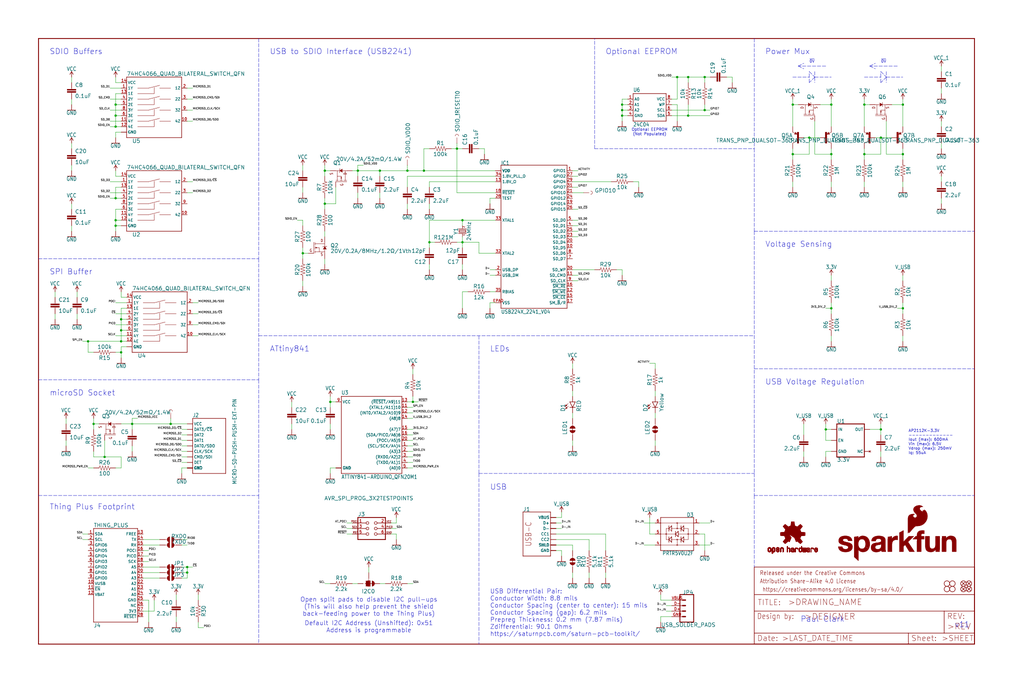
<source format=kicad_sch>
(kicad_sch (version 20211123) (generator eeschema)
  (paper "User" 472.44 317.906)
  (lib_symbols
    (symbol "eagleSchem-eagle-import:0.1UF-0402T-6.3V-10%-X7R"
      (property "Reference" "C" (at 1.524 2.921 0))
      (property "Value" "0.1UF-0402T-6.3V-10%-X7R" (at 1.524 -2.159 0))
      (symbol "0.1UF-0402T-6.3V-10%-X7R_1_0"
        (pin passive line (at 0 5.08 270) (length 2.54) (name "1") (number "1"))
        (pin passive line (at 0 -2.54 90) (length 2.54) (name "2") (number "2"))
      )
    )
    (symbol "eagleSchem-eagle-import:100KOHM-0402T-1{slash}16W-1%"
      (property "Reference" "R" (at 0 1.524 0))
      (property "Value" "100KOHM-0402T-1{slash}16W-1%" (at 0 -1.524 0))
      (symbol "100KOHM-0402T-1{slash}16W-1%_1_0"
        (pin passive line (at -5.08 0 0) (length 2.54) (name "1") (number "1"))
        (pin passive line (at 5.08 0 180) (length 2.54) (name "2") (number "2"))
      )
    )
    (symbol "eagleSchem-eagle-import:100OHM-0402-TIGHT-1{slash}16W-1%"
      (property "Reference" "R" (at 0 1.524 0))
      (property "Value" "100OHM-0402-TIGHT-1{slash}16W-1%" (at 0 -1.524 0))
      (symbol "100OHM-0402-TIGHT-1{slash}16W-1%_1_0"
        (pin passive line (at -5.08 0 0) (length 2.54) (name "1") (number "1"))
        (pin passive line (at 5.08 0 180) (length 2.54) (name "2") (number "2"))
      )
    )
    (symbol "eagleSchem-eagle-import:10KOHM-0402T-1{slash}16W-1%"
      (property "Reference" "R" (at 0 1.524 0))
      (property "Value" "10KOHM-0402T-1{slash}16W-1%" (at 0 -1.524 0))
      (symbol "10KOHM-0402T-1{slash}16W-1%_1_0"
        (pin passive line (at -5.08 0 0) (length 2.54) (name "1") (number "1"))
        (pin passive line (at 5.08 0 180) (length 2.54) (name "2") (number "2"))
      )
    )
    (symbol "eagleSchem-eagle-import:10UF-0402T-6.3V-20%"
      (property "Reference" "C" (at 1.524 2.921 0))
      (property "Value" "10UF-0402T-6.3V-20%" (at 1.524 -2.159 0))
      (symbol "10UF-0402T-6.3V-20%_1_0"
        (pin passive line (at 0 5.08 270) (length 2.54) (name "1") (number "1"))
        (pin passive line (at 0 -2.54 90) (length 2.54) (name "2") (number "2"))
      )
    )
    (symbol "eagleSchem-eagle-import:12KOHM-0603-1{slash}10W-1%"
      (property "Reference" "R" (at 0 1.524 0))
      (property "Value" "12KOHM-0603-1{slash}10W-1%" (at 0 -1.524 0))
      (symbol "12KOHM-0603-1{slash}10W-1%_1_0"
        (pin passive line (at -5.08 0 0) (length 2.54) (name "1") (number "1"))
        (pin passive line (at 5.08 0 180) (length 2.54) (name "2") (number "2"))
      )
    )
    (symbol "eagleSchem-eagle-import:12PF-0402T-50V-5%"
      (property "Reference" "C" (at 1.524 2.921 0))
      (property "Value" "12PF-0402T-50V-5%" (at 1.524 -2.159 0))
      (symbol "12PF-0402T-50V-5%_1_0"
        (pin passive line (at 0 5.08 270) (length 2.54) (name "1") (number "1"))
        (pin passive line (at 0 -2.54 90) (length 2.54) (name "2") (number "2"))
      )
    )
    (symbol "eagleSchem-eagle-import:1KOHM-0402T-1{slash}16W-1%"
      (property "Reference" "R" (at 0 1.524 0))
      (property "Value" "1KOHM-0402T-1{slash}16W-1%" (at 0 -1.524 0))
      (symbol "1KOHM-0402T-1{slash}16W-1%_1_0"
        (pin passive line (at -5.08 0 0) (length 2.54) (name "1") (number "1"))
        (pin passive line (at 5.08 0 180) (length 2.54) (name "2") (number "2"))
      )
    )
    (symbol "eagleSchem-eagle-import:1MOHM-0402T-1{slash}16W-5%"
      (property "Reference" "R" (at 0 1.524 0))
      (property "Value" "1MOHM-0402T-1{slash}16W-5%" (at 0 -1.524 0))
      (symbol "1MOHM-0402T-1{slash}16W-5%_1_0"
        (pin passive line (at -5.08 0 0) (length 2.54) (name "1") (number "1"))
        (pin passive line (at 5.08 0 180) (length 2.54) (name "2") (number "2"))
      )
    )
    (symbol "eagleSchem-eagle-import:2.2KOHM-0402T-1{slash}16W-1%"
      (property "Reference" "R" (at 0 1.524 0))
      (property "Value" "2.2KOHM-0402T-1{slash}16W-1%" (at 0 -1.524 0))
      (symbol "2.2KOHM-0402T-1{slash}16W-1%_1_0"
        (pin passive line (at -5.08 0 0) (length 2.54) (name "1") (number "1"))
        (pin passive line (at 5.08 0 180) (length 2.54) (name "2") (number "2"))
      )
    )
    (symbol "eagleSchem-eagle-import:2.2UF-0402_TIGHT-10V-10%-X5R"
      (property "Reference" "C" (at 1.524 2.921 0))
      (property "Value" "2.2UF-0402_TIGHT-10V-10%-X5R" (at 1.524 -2.159 0))
      (symbol "2.2UF-0402_TIGHT-10V-10%-X5R_1_0"
        (pin passive line (at 0 5.08 270) (length 2.54) (name "1") (number "1"))
        (pin passive line (at 0 -2.54 90) (length 2.54) (name "2") (number "2"))
      )
    )
    (symbol "eagleSchem-eagle-import:3.3V" (power)
      (property "Value" "3.3V" (at 0 2.794 0))
      (symbol "3.3V_1_0"
        (pin power_in line (at 0 0 90) (length 2.54) (name "3.3V") (number "1"))
      )
    )
    (symbol "eagleSchem-eagle-import:5.1KOHM-0402T-1{slash}16W-1%"
      (property "Reference" "R" (at 0 1.524 0))
      (property "Value" "5.1KOHM-0402T-1{slash}16W-1%" (at 0 -1.524 0))
      (symbol "5.1KOHM-0402T-1{slash}16W-1%_1_0"
        (pin passive line (at -5.08 0 0) (length 2.54) (name "1") (number "1"))
        (pin passive line (at 5.08 0 180) (length 2.54) (name "2") (number "2"))
      )
    )
    (symbol "eagleSchem-eagle-import:74HC4066_QUAD_BILATERAL_SWITCH_QFN"
      (property "Value" "74HC4066_QUAD_BILATERAL_SWITCH_QFN" (at -10.16 13.208 0))
      (symbol "74HC4066_QUAD_BILATERAL_SWITCH_QFN_1_0"
        (pin bidirectional line (at -15.24 7.62 0) (length 2.54) (name "1Y") (number "1"))
        (pin bidirectional line (at 15.24 -7.62 180) (length 2.54) (name "4Z") (number "10"))
        (pin bidirectional line (at -15.24 -7.62 0) (length 2.54) (name "4Y") (number "11"))
        (pin bidirectional line (at -15.24 -10.16 0) (length 2.54) (name "4E") (number "12"))
        (pin bidirectional line (at -15.24 5.08 0) (length 2.54) (name "1E") (number "13"))
        (pin bidirectional line (at -15.24 10.16 0) (length 2.54) (name "VCC") (number "14"))
        (pin bidirectional line (at 15.24 7.62 180) (length 2.54) (name "1Z") (number "2"))
        (pin bidirectional line (at 15.24 2.54 180) (length 2.54) (name "2Z") (number "3"))
        (pin bidirectional line (at -15.24 2.54 0) (length 2.54) (name "2Y") (number "4"))
        (pin bidirectional line (at -15.24 0 0) (length 2.54) (name "2E") (number "5"))
        (pin bidirectional line (at -15.24 -5.08 0) (length 2.54) (name "3E") (number "6"))
        (pin bidirectional line (at -15.24 -12.7 0) (length 2.54) (name "GND") (number "7"))
        (pin bidirectional line (at -15.24 -2.54 0) (length 2.54) (name "3Y") (number "8"))
        (pin bidirectional line (at 15.24 -2.54 180) (length 2.54) (name "3Z") (number "9"))
        (pin bidirectional line (at -15.24 -12.7 0) (length 2.54) (name "GND") (number "EPAD"))
      )
    )
    (symbol "eagleSchem-eagle-import:ATTINY841-ARDUINO_QFN20M1"
      (property "Reference" "U" (at -15.24 18.542 0))
      (property "Value" "ATTINY841-ARDUINO_QFN20M1" (at -15.24 -20.32 0))
      (symbol "ATTINY841-ARDUINO_QFN20M1_1_0"
        (pin bidirectional line (at 15.24 -5.08 180) (length 2.54) (name "(SCL/SCK/A4)4") (number "1"))
        (pin bidirectional line (at 15.24 12.7 180) (length 2.54) (name "(XTAL1/A11)10") (number "11"))
        (pin bidirectional line (at 15.24 10.16 180) (length 2.54) (name "(INT0/XTAL2/A10)9") (number "12"))
        (pin bidirectional line (at 15.24 15.24 180) (length 2.54) (name "(~{RESET}/A9)11") (number "13"))
        (pin bidirectional line (at 15.24 7.62 180) (length 2.54) (name "(A8)8") (number "14"))
        (pin bidirectional line (at 15.24 2.54 180) (length 2.54) (name "(A7)7") (number "15"))
        (pin bidirectional line (at 15.24 0 180) (length 2.54) (name "(SDA/PICO/A6)6") (number "16"))
        (pin bidirectional line (at 15.24 -7.62 180) (length 2.54) (name "(A3)3") (number "2"))
        (pin bidirectional line (at 15.24 -2.54 180) (length 2.54) (name "(POCI/A5)5") (number "20"))
        (pin bidirectional line (at 15.24 -10.16 180) (length 2.54) (name "(RXD0/A2)2") (number "3"))
        (pin bidirectional line (at 15.24 -12.7 180) (length 2.54) (name "(TXD0/A1)1") (number "4"))
        (pin bidirectional line (at 15.24 -15.24 180) (length 2.54) (name "(A0)0") (number "5"))
        (pin power_in line (at -17.78 -15.24 0) (length 2.54) (name "GND") (number "8"))
        (pin power_in line (at -17.78 15.24 0) (length 2.54) (name "VCC") (number "9"))
        (pin power_in line (at -17.78 -15.24 0) (length 2.54) (name "GND") (number "PAD"))
      )
    )
    (symbol "eagleSchem-eagle-import:AVR_SPI_PROG_3X2TESTPOINTS"
      (property "Reference" "J" (at -5.08 5.588 0))
      (property "Value" "AVR_SPI_PROG_3X2TESTPOINTS" (at -5.08 -7.366 0))
      (symbol "AVR_SPI_PROG_3X2TESTPOINTS_1_0"
        (text "GND" (at 8.001 -2.286 0) (effects (font (size 0.8128 0.8128)) (justify left bottom)))
        (text "PICO" (at 8.001 0.254 0) (effects (font (size 0.8128 0.8128)) (justify left bottom)))
        (text "POCI" (at -5.207 2.794 0) (effects (font (size 0.8128 0.8128)) (justify right bottom)))
        (text "RST" (at -5.08 -2.286 0) (effects (font (size 0.8128 0.8128)) (justify right bottom)))
        (text "SCK" (at -5.207 0.254 0) (effects (font (size 0.8128 0.8128)) (justify right bottom)))
        (text "VCC" (at 8.001 2.794 0) (effects (font (size 0.8128 0.8128)) (justify left bottom)))
        (pin passive inverted (at -7.62 2.54 0) (length 7.62) (name "1") (number "1"))
        (pin passive inverted (at 10.16 2.54 180) (length 7.62) (name "2") (number "2"))
        (pin passive inverted (at -7.62 0 0) (length 7.62) (name "3") (number "3"))
        (pin passive inverted (at 10.16 0 180) (length 7.62) (name "4") (number "4"))
        (pin passive inverted (at -7.62 -2.54 0) (length 7.62) (name "5") (number "5"))
        (pin passive inverted (at 10.16 -2.54 180) (length 7.62) (name "6") (number "6"))
      )
    )
    (symbol "eagleSchem-eagle-import:CRYSTAL-24MHZ-SMD-2.0X1.6MM"
      (property "Reference" "Y" (at 0 2.032 0))
      (property "Value" "CRYSTAL-24MHZ-SMD-2.0X1.6MM" (at 0 -2.032 0))
      (symbol "CRYSTAL-24MHZ-SMD-2.0X1.6MM_1_0"
        (text "1" (at -2.159 -1.143 0) (effects (font (size 0.8636 0.734)) (justify left bottom)))
        (text "2" (at 1.524 -1.143 0) (effects (font (size 0.8636 0.734)) (justify left bottom)))
        (pin passive line (at -2.54 0 0) (length 0) (name "1") (number "1"))
        (pin passive line (at 2.54 0 180) (length 0) (name "2") (number "3"))
      )
    )
    (symbol "eagleSchem-eagle-import:EEPROM-I2C256K"
      (property "Reference" "U" (at -7.62 8.382 0))
      (property "Value" "EEPROM-I2C256K" (at -7.62 -7.62 0))
      (symbol "EEPROM-I2C256K_1_0"
        (pin bidirectional line (at -10.16 5.08 0) (length 2.54) (name "A0") (number "1"))
        (pin bidirectional line (at -10.16 2.54 0) (length 2.54) (name "A1") (number "2"))
        (pin bidirectional line (at -10.16 0 0) (length 2.54) (name "A2") (number "3"))
        (pin power_in line (at -10.16 -2.54 0) (length 2.54) (name "GND") (number "4"))
        (pin bidirectional line (at 10.16 -2.54 180) (length 2.54) (name "SDA") (number "5"))
        (pin bidirectional line (at 10.16 0 180) (length 2.54) (name "SCL") (number "6"))
        (pin bidirectional line (at 10.16 2.54 180) (length 2.54) (name "WP") (number "7"))
        (pin power_in line (at 10.16 5.08 180) (length 2.54) (name "VCC") (number "8"))
      )
    )
    (symbol "eagleSchem-eagle-import:FIDUCIALUFIDUCIAL")
    (symbol "eagleSchem-eagle-import:FRAME-LEDGER"
      (symbol "FRAME-LEDGER_2_0"
        (text " https://creativecommons.org/licenses/by-sa/4.0/" (at 2.54 24.13 0) (effects (font (size 1.9304 1.6408)) (justify left bottom)))
        (text ">DESIGNER" (at 23.114 11.176 0) (effects (font (size 2.7432 2.7432)) (justify left bottom)))
        (text ">DRAWING_NAME" (at 15.494 17.78 0) (effects (font (size 2.7432 2.7432)) (justify left bottom)))
        (text ">LAST_DATE_TIME" (at 12.7 1.27 0) (effects (font (size 2.54 2.54)) (justify left bottom)))
        (text ">REV" (at 88.9 6.604 0) (effects (font (size 2.7432 2.7432)) (justify left bottom)))
        (text ">SHEET" (at 86.36 1.27 0) (effects (font (size 2.54 2.54)) (justify left bottom)))
        (text "Attribution Share-Alike 4.0 License" (at 2.54 27.94 0) (effects (font (size 1.9304 1.6408)) (justify left bottom)))
        (text "Date:" (at 1.27 1.27 0) (effects (font (size 2.54 2.54)) (justify left bottom)))
        (text "Design by:" (at 1.27 11.43 0) (effects (font (size 2.54 2.159)) (justify left bottom)))
        (text "Released under the Creative Commons" (at 2.54 31.75 0) (effects (font (size 1.9304 1.6408)) (justify left bottom)))
        (text "REV:" (at 88.9 11.43 0) (effects (font (size 2.54 2.54)) (justify left bottom)))
        (text "Sheet:" (at 72.39 1.27 0) (effects (font (size 2.54 2.54)) (justify left bottom)))
        (text "TITLE:" (at 1.524 17.78 0) (effects (font (size 2.54 2.54)) (justify left bottom)))
      )
    )
    (symbol "eagleSchem-eagle-import:GND" (power)
      (property "Value" "GND" (at 0 -0.254 0))
      (symbol "GND_1_0"
        (pin power_in line (at 0 2.54 270) (length 2.54) (name "GND") (number "1"))
      )
    )
    (symbol "eagleSchem-eagle-import:JUMPER-SMT_2_NC_TRACE_NO-SILK"
      (property "Reference" "JP" (at 0 3.048 0))
      (property "Value" "JUMPER-SMT_2_NC_TRACE_NO-SILK" (at 0 -3.048 0))
      (symbol "JUMPER-SMT_2_NC_TRACE_NO-SILK_1_0"
        (pin passive line (at -5.08 0 0) (length 2.54) (name "1") (number "1"))
        (pin passive line (at 5.08 0 180) (length 2.54) (name "2") (number "2"))
      )
    )
    (symbol "eagleSchem-eagle-import:JUMPER-SMT_2_NC_TRACE_SILK"
      (property "Reference" "JP" (at 0 3.048 0))
      (property "Value" "JUMPER-SMT_2_NC_TRACE_SILK" (at 0 -3.048 0))
      (symbol "JUMPER-SMT_2_NC_TRACE_SILK_1_0"
        (pin passive line (at -5.08 0 0) (length 2.54) (name "1") (number "1"))
        (pin passive line (at 5.08 0 180) (length 2.54) (name "2") (number "2"))
      )
    )
    (symbol "eagleSchem-eagle-import:JUMPER-SMT_2_NO_SILK"
      (property "Reference" "JP" (at 0 2.794 0))
      (property "Value" "JUMPER-SMT_2_NO_SILK" (at 0 -2.794 0))
      (symbol "JUMPER-SMT_2_NO_SILK_1_0"
        (pin passive line (at -5.08 0 0) (length 2.54) (name "1") (number "1"))
        (pin passive line (at 5.08 0 180) (length 2.54) (name "2") (number "2"))
      )
    )
    (symbol "eagleSchem-eagle-import:JUMPER-SMT_3_2-NC_TRACE_SILK"
      (property "Reference" "JP" (at 6.096 1.524 0))
      (property "Value" "JUMPER-SMT_3_2-NC_TRACE_SILK" (at 6.858 -1.524 0))
      (symbol "JUMPER-SMT_3_2-NC_TRACE_SILK_1_0"
        (pin passive line (at 0 5.08 270) (length 2.54) (name "1") (number "1"))
        (pin passive line (at -5.08 0 0) (length 2.54) (name "2") (number "2"))
        (pin passive line (at 0 -5.08 90) (length 2.54) (name "3") (number "3"))
      )
    )
    (symbol "eagleSchem-eagle-import:LED-RED0603"
      (property "Reference" "D" (at -3.429 -4.572 90))
      (property "Value" "LED-RED0603" (at 1.905 -4.572 90))
      (symbol "LED-RED0603_1_0"
        (pin passive line (at 0 2.54 270) (length 2.54) (name "A") (number "A"))
        (pin passive line (at 0 -5.08 90) (length 2.54) (name "C") (number "C"))
      )
    )
    (symbol "eagleSchem-eagle-import:LED-YELLOW0603"
      (property "Reference" "D" (at -3.429 -4.572 90))
      (property "Value" "LED-YELLOW0603" (at 1.905 -4.572 90))
      (symbol "LED-YELLOW0603_1_0"
        (pin passive line (at 0 2.54 270) (length 2.54) (name "A") (number "A"))
        (pin passive line (at 0 -5.08 90) (length 2.54) (name "C") (number "C"))
      )
    )
    (symbol "eagleSchem-eagle-import:MICRO-SD-PUSH-PUSH-EXT-PIN"
      (property "Reference" "J" (at -5.08 13.208 0))
      (property "Value" "MICRO-SD-PUSH-PUSH-EXT-PIN" (at -5.08 -15.24 0))
      (symbol "MICRO-SD-PUSH-PUSH-EXT-PIN_1_0"
        (pin bidirectional line (at -7.62 5.08 0) (length 2.54) (name "DAT2") (number "1"))
        (pin bidirectional line (at -7.62 -10.16 0) (length 2.54) (name "GND") (number "10"))
        (pin bidirectional line (at -7.62 -10.16 0) (length 2.54) (name "GND") (number "11"))
        (pin bidirectional line (at -7.62 -10.16 0) (length 2.54) (name "GND") (number "12"))
        (pin bidirectional line (at -7.62 -10.16 0) (length 2.54) (name "GND") (number "13"))
        (pin bidirectional line (at -7.62 7.62 0) (length 2.54) (name "DAT3/~{CS}") (number "2"))
        (pin bidirectional line (at -7.62 -5.08 0) (length 2.54) (name "CMD/SDI") (number "3"))
        (pin bidirectional line (at -7.62 10.16 0) (length 2.54) (name "VCC") (number "4"))
        (pin bidirectional line (at -7.62 -2.54 0) (length 2.54) (name "CLK/SCK") (number "5"))
        (pin bidirectional line (at -7.62 -10.16 0) (length 2.54) (name "GND") (number "6"))
        (pin bidirectional line (at -7.62 0 0) (length 2.54) (name "DAT0/SDO") (number "7"))
        (pin bidirectional line (at -7.62 2.54 0) (length 2.54) (name "DAT1") (number "8"))
        (pin bidirectional line (at -7.62 -7.62 0) (length 2.54) (name "DET") (number "9"))
      )
    )
    (symbol "eagleSchem-eagle-import:MOSFET-NCH-RE1C002UNTCL"
      (property "Reference" "Q" (at 5.08 0 0))
      (property "Value" "MOSFET-NCH-RE1C002UNTCL" (at 5.08 -2.54 0))
      (symbol "MOSFET-NCH-RE1C002UNTCL_1_0"
        (text "D" (at 0.508 2.54 0) (effects (font (size 1.27 1.0795)) (justify left bottom)))
        (text "G" (at -3.302 -0.508 0) (effects (font (size 1.27 1.0795)) (justify right top)))
        (text "S" (at 0.508 -3.81 0) (effects (font (size 1.27 1.0795)) (justify left bottom)))
        (pin bidirectional line (at -5.08 -2.54 0) (length 2.54) (name "G") (number "1"))
        (pin bidirectional line (at 2.54 -5.08 90) (length 2.54) (name "S") (number "2"))
        (pin bidirectional line (at 2.54 5.08 270) (length 2.54) (name "D") (number "3"))
      )
    )
    (symbol "eagleSchem-eagle-import:MOSFET_PCH-DMG2305UX-7"
      (property "Reference" "Q" (at 5.08 0 0))
      (property "Value" "MOSFET_PCH-DMG2305UX-7" (at 5.08 -2.54 0))
      (symbol "MOSFET_PCH-DMG2305UX-7_1_0"
        (text "D" (at 0.508 2.54 0) (effects (font (size 1.27 1.0795)) (justify left bottom)))
        (text "G" (at -3.302 -0.508 0) (effects (font (size 1.27 1.0795)) (justify right top)))
        (text "S" (at 0.508 -3.81 0) (effects (font (size 1.27 1.0795)) (justify left bottom)))
        (pin bidirectional line (at -5.08 -2.54 0) (length 2.54) (name "G") (number "1"))
        (pin bidirectional line (at 2.54 -5.08 90) (length 2.54) (name "S") (number "2"))
        (pin bidirectional line (at 2.54 5.08 270) (length 2.54) (name "D") (number "3"))
      )
    )
    (symbol "eagleSchem-eagle-import:OSHW-LOGOMINI")
    (symbol "eagleSchem-eagle-import:PRTR5V0U2F"
      (property "Reference" "D" (at -7.62 7.874 0))
      (property "Value" "PRTR5V0U2F" (at -7.62 -7.874 0))
      (symbol "PRTR5V0U2F_1_0"
        (pin bidirectional line (at -10.16 5.08 0) (length 2.54) (name "1") (number "1"))
        (pin power_in line (at -10.16 0 0) (length 2.54) (name "2") (number "2"))
        (pin bidirectional line (at -10.16 -5.08 0) (length 2.54) (name "3") (number "3"))
        (pin bidirectional line (at 10.16 -5.08 180) (length 2.54) (name "4") (number "4"))
        (pin power_in line (at 10.16 0 180) (length 2.54) (name "5") (number "5"))
        (pin bidirectional line (at 10.16 5.08 180) (length 2.54) (name "6") (number "6"))
      )
    )
    (symbol "eagleSchem-eagle-import:SFE_LOGO_FLAME.2_INCH")
    (symbol "eagleSchem-eagle-import:SFE_LOGO_NAME_FLAME.1_INCH")
    (symbol "eagleSchem-eagle-import:STAND-OFF")
    (symbol "eagleSchem-eagle-import:TEST-POINT3"
      (property "Reference" "TP" (at -2.54 2.54 0))
      (property "Value" "TEST-POINT3" (at -2.54 -2.54 0))
      (symbol "TEST-POINT3_1_0"
        (pin bidirectional line (at 0 0 180) (length 0) (name "1") (number "1"))
      )
    )
    (symbol "eagleSchem-eagle-import:THING_PLUS"
      (property "Reference" "J" (at -10.16 -33.02 0))
      (property "Value" "THING_PLUS" (at -10.16 13.208 0))
      (symbol "THING_PLUS_1_0"
        (pin bidirectional line (at -12.7 10.16 0) (length 2.54) (name "SDA") (number "1"))
        (pin bidirectional line (at -12.7 -12.7 0) (length 2.54) (name "VUSB") (number "10"))
        (pin bidirectional line (at -12.7 -15.24 0) (length 2.54) (name "~{EN}") (number "11"))
        (pin bidirectional line (at -12.7 -17.78 0) (length 2.54) (name "VBAT") (number "12"))
        (pin bidirectional line (at 12.7 10.16 180) (length 2.54) (name "FREE") (number "13"))
        (pin bidirectional line (at 12.7 7.62 180) (length 2.54) (name "TX") (number "14"))
        (pin bidirectional line (at 12.7 5.08 180) (length 2.54) (name "RX") (number "15"))
        (pin bidirectional line (at 12.7 2.54 180) (length 2.54) (name "POCI") (number "16"))
        (pin bidirectional line (at 12.7 0 180) (length 2.54) (name "PICO") (number "17"))
        (pin bidirectional line (at 12.7 -2.54 180) (length 2.54) (name "SCK") (number "18"))
        (pin bidirectional line (at 12.7 -5.08 180) (length 2.54) (name "A5") (number "19"))
        (pin bidirectional line (at -12.7 7.62 0) (length 2.54) (name "SCL") (number "2"))
        (pin bidirectional line (at 12.7 -7.62 180) (length 2.54) (name "A4") (number "20"))
        (pin bidirectional line (at 12.7 -10.16 180) (length 2.54) (name "A3") (number "21"))
        (pin bidirectional line (at 12.7 -12.7 180) (length 2.54) (name "A2") (number "22"))
        (pin bidirectional line (at 12.7 -15.24 180) (length 2.54) (name "A1") (number "23"))
        (pin bidirectional line (at 12.7 -17.78 180) (length 2.54) (name "A0") (number "24"))
        (pin bidirectional line (at 12.7 -20.32 180) (length 2.54) (name "GND") (number "25"))
        (pin bidirectional line (at 12.7 -22.86 180) (length 2.54) (name "NC") (number "26"))
        (pin bidirectional line (at 12.7 -25.4 180) (length 2.54) (name "3V3") (number "27"))
        (pin bidirectional line (at 12.7 -27.94 180) (length 2.54) (name "~{RESET}") (number "28"))
        (pin bidirectional line (at -12.7 5.08 0) (length 2.54) (name "GPIO6") (number "3"))
        (pin bidirectional line (at -12.7 2.54 0) (length 2.54) (name "GPIO5") (number "4"))
        (pin bidirectional line (at -12.7 0 0) (length 2.54) (name "GPIO4") (number "5"))
        (pin bidirectional line (at -12.7 -2.54 0) (length 2.54) (name "GPIO3") (number "6"))
        (pin bidirectional line (at -12.7 -5.08 0) (length 2.54) (name "GPIO2") (number "7"))
        (pin bidirectional line (at -12.7 -7.62 0) (length 2.54) (name "GPIO1") (number "8"))
        (pin bidirectional line (at -12.7 -10.16 0) (length 2.54) (name "GPIO0") (number "9"))
      )
    )
    (symbol "eagleSchem-eagle-import:TRANS_PNP_DUALSOT-363"
      (property "Reference" "Q" (at 2.54 0 0))
      (property "Value" "TRANS_PNP_DUALSOT-363" (at 2.54 -0.254 0))
      (symbol "TRANS_PNP_DUALSOT-363_1_0"
        (pin passive line (at 2.54 5.08 270) (length 2.54) (name "E") (number "1"))
        (pin passive line (at -2.54 0 0) (length 2.54) (name "B") (number "2"))
        (pin passive line (at 2.54 -5.08 90) (length 2.54) (name "C") (number "6"))
      )
      (symbol "TRANS_PNP_DUALSOT-363_2_0"
        (pin passive line (at 2.54 -5.08 90) (length 2.54) (name "C") (number "3"))
        (pin passive line (at 2.54 5.08 270) (length 2.54) (name "E") (number "4"))
        (pin passive line (at -2.54 0 0) (length 2.54) (name "B") (number "5"))
      )
    )
    (symbol "eagleSchem-eagle-import:USB224X_2241_V04"
      (property "Reference" "IC" (at -15.24 27.94 0))
      (property "Value" "USB224X_2241_V04" (at -15.24 -40.64 0))
      (symbol "USB224X_2241_V04_1_0"
        (pin bidirectional line (at 17.78 25.4 180) (length 2.54) (name "GPIO1") (number "1"))
        (pin bidirectional line (at 17.78 -10.16 180) (length 2.54) (name "SD_D5") (number "10"))
        (pin bidirectional line (at 17.78 -22.86 180) (length 2.54) (name "SD_CMD") (number "11"))
        (pin bidirectional line (at 17.78 -30.48 180) (length 2.54) (name "~{SM_WE}") (number "12"))
        (pin output line (at -17.78 20.32 0) (length 2.54) (name "1.8V_O") (number "13"))
        (pin power_in line (at -17.78 25.4 0) (length 2.54) (name "VDD") (number "14"))
        (pin bidirectional line (at 17.78 -33.02 180) (length 2.54) (name "~{SM_CE}") (number "15"))
        (pin bidirectional line (at 17.78 -27.94 180) (length 2.54) (name "~{SM_RE}") (number "16"))
        (pin bidirectional line (at 17.78 -35.56 180) (length 2.54) (name "SM_~{B}/R") (number "17"))
        (pin input line (at -17.78 15.24 0) (length 2.54) (name "~{RESET}") (number "18"))
        (pin bidirectional line (at 17.78 10.16 180) (length 2.54) (name "GPIO14") (number "19"))
        (pin bidirectional line (at -17.78 -20.32 0) (length 2.54) (name "USB_DP") (number "2"))
        (pin bidirectional line (at 17.78 -7.62 180) (length 2.54) (name "SD_D4") (number "20"))
        (pin bidirectional line (at 17.78 15.24 180) (length 2.54) (name "GPIO10") (number "21"))
        (pin power_in line (at -17.78 25.4 0) (length 2.54) (name "VDD") (number "22"))
        (pin bidirectional line (at 17.78 -5.08 180) (length 2.54) (name "SD_D3") (number "23"))
        (pin bidirectional line (at 17.78 12.7 180) (length 2.54) (name "GPIO12") (number "24"))
        (pin bidirectional line (at 17.78 -2.54 180) (length 2.54) (name "SD_D2") (number "25"))
        (pin bidirectional line (at 17.78 7.62 180) (length 2.54) (name "GPIO15") (number "26"))
        (pin bidirectional line (at 17.78 22.86 180) (length 2.54) (name "GPIO2") (number "27"))
        (pin bidirectional line (at -17.78 12.7 0) (length 2.54) (name "TEST") (number "28"))
        (pin bidirectional line (at 17.78 20.32 180) (length 2.54) (name "GPIO4") (number "29"))
        (pin bidirectional line (at -17.78 -22.86 0) (length 2.54) (name "USB_DM") (number "3"))
        (pin bidirectional line (at 17.78 -20.32 180) (length 2.54) (name "SD_WP") (number "30"))
        (pin bidirectional line (at 17.78 17.78 180) (length 2.54) (name "GPIO7") (number "31"))
        (pin bidirectional line (at -17.78 -12.7 0) (length 2.54) (name "XTAL2") (number "32"))
        (pin bidirectional line (at -17.78 2.54 0) (length 2.54) (name "XTAL1") (number "33"))
        (pin output line (at -17.78 22.86 0) (length 2.54) (name "1.8V_PLL_O") (number "34"))
        (pin bidirectional line (at -17.78 -30.48 0) (length 2.54) (name "RBIAS") (number "35"))
        (pin power_in line (at -17.78 25.4 0) (length 2.54) (name "VDD") (number "36"))
        (pin bidirectional line (at 17.78 0 180) (length 2.54) (name "SD_D1") (number "4"))
        (pin bidirectional line (at 17.78 2.54 180) (length 2.54) (name "SD_D0") (number "5"))
        (pin power_in line (at -17.78 25.4 0) (length 2.54) (name "VDD") (number "6"))
        (pin bidirectional line (at 17.78 -15.24 180) (length 2.54) (name "SD_D7") (number "7"))
        (pin bidirectional line (at 17.78 -12.7 180) (length 2.54) (name "SD_D6") (number "8"))
        (pin bidirectional line (at 17.78 -25.4 180) (length 2.54) (name "SD_CLK") (number "9"))
        (pin power_in line (at -17.78 -35.56 0) (length 2.54) (name "VSS") (number "EPAD"))
      )
    )
    (symbol "eagleSchem-eagle-import:USB_C_4-LAYER_PADS"
      (property "Reference" "J" (at -2.54 10.414 0))
      (property "Value" "USB_C_4-LAYER_PADS" (at -2.54 -12.446 0))
      (symbol "USB_C_4-LAYER_PADS_1_0"
        (text "USB-C" (at 0 0 900) (effects (font (size 2.54 2.159))))
        (pin bidirectional line (at 12.7 0 180) (length 2.54) (name "CC1") (number "A5"))
        (pin bidirectional line (at 12.7 5.08 180) (length 2.54) (name "D+") (number "A6"))
        (pin bidirectional line (at 12.7 2.54 180) (length 2.54) (name "D-") (number "A7"))
        (pin bidirectional line (at 12.7 -2.54 180) (length 2.54) (name "CC2") (number "B5"))
        (pin bidirectional line (at 12.7 5.08 180) (length 2.54) (name "D+") (number "B6"))
        (pin bidirectional line (at 12.7 2.54 180) (length 2.54) (name "D-") (number "B7"))
        (pin bidirectional line (at 12.7 -7.62 180) (length 2.54) (name "GND") (number "GND"))
        (pin bidirectional line (at 12.7 -7.62 180) (length 2.54) (name "GND") (number "GND2"))
        (pin bidirectional line (at 12.7 -5.08 180) (length 2.54) (name "SHLD") (number "SHLD1"))
        (pin bidirectional line (at 12.7 -5.08 180) (length 2.54) (name "SHLD") (number "SHLD2"))
        (pin bidirectional line (at 12.7 -5.08 180) (length 2.54) (name "SHLD") (number "SHLD3"))
        (pin bidirectional line (at 12.7 -5.08 180) (length 2.54) (name "SHLD") (number "SHLD4"))
        (pin bidirectional line (at 12.7 7.62 180) (length 2.54) (name "VBUS") (number "VBUS1"))
        (pin bidirectional line (at 12.7 7.62 180) (length 2.54) (name "VBUS") (number "VBUS2"))
      )
    )
    (symbol "eagleSchem-eagle-import:USB_SOLDER_PADS"
      (property "Reference" "JP" (at -5.08 8.128 0))
      (property "Value" "USB_SOLDER_PADS" (at -5.08 -7.366 0))
      (symbol "USB_SOLDER_PADS_1_0"
        (pin passive line (at 5.08 2.54 180) (length 5.08) (name "3") (number "D+"))
        (pin passive line (at 5.08 0 180) (length 5.08) (name "2") (number "D-"))
        (pin passive line (at 5.08 5.08 180) (length 5.08) (name "4") (number "GND"))
        (pin passive line (at 5.08 -2.54 180) (length 5.08) (name "1") (number "VBUS"))
      )
    )
    (symbol "eagleSchem-eagle-import:VCC" (power)
      (property "Value" "VCC" (at 0 2.794 0))
      (symbol "VCC_1_0"
        (pin power_in line (at 0 0 90) (length 2.54) (name "VCC") (number "1"))
      )
    )
    (symbol "eagleSchem-eagle-import:VCC_1" (power)
      (property "Value" "VCC_1" (at 0 2.794 0))
      (symbol "VCC_1_1_0"
        (pin power_in line (at 0 0 90) (length 2.54) (name "VCC_1") (number "1"))
      )
    )
    (symbol "eagleSchem-eagle-import:V_REG_AP2112K-3.3V"
      (property "Reference" "U" (at -7.62 7.874 0))
      (property "Value" "V_REG_AP2112K-3.3V" (at -7.62 -7.874 0))
      (symbol "V_REG_AP2112K-3.3V_1_0"
        (pin input line (at -10.16 5.08 0) (length 2.54) (name "IN") (number "1"))
        (pin input line (at -10.16 -5.08 0) (length 2.54) (name "GND") (number "2"))
        (pin input line (at -10.16 0 0) (length 2.54) (name "EN") (number "3"))
        (pin no_connect line (at 7.62 -5.08 180) (length 2.54) (name "NC") (number "4"))
        (pin passive line (at 7.62 5.08 180) (length 2.54) (name "OUT") (number "5"))
      )
    )
    (symbol "eagleSchem-eagle-import:V_USB" (power)
      (property "Value" "V_USB" (at 0 2.794 0))
      (symbol "V_USB_1_0"
        (pin power_in line (at 0 0 90) (length 2.54) (name "V_USB") (number "1"))
      )
    )
  )
  (junction (at 312.42 35.56))
  (junction (at 43.18 195.58))
  (junction (at 406.4 63.5))
  (junction (at 213.36 111.76))
  (junction (at 53.34 91.44))
  (junction (at 53.34 101.6))
  (junction (at 317.5 35.56))
  (junction (at 149.86 78.74))
  (junction (at 381 198.12))
  (junction (at 198.12 111.76))
  (junction (at 55.88 157.48))
  (junction (at 53.34 58.42))
  (junction (at 210.82 68.58))
  (junction (at 287.02 53.34))
  (junction (at 365.76 71.12))
  (junction (at 406.4 198.12))
  (junction (at 78.74 195.58))
  (junction (at 139.7 116.84))
  (junction (at 398.78 71.12))
  (junction (at 48.26 210.82))
  (junction (at 383.54 48.26))
  (junction (at 383.54 71.12))
  (junction (at 213.36 101.6))
  (junction (at 149.86 93.98))
  (junction (at 416.56 142.24))
  (junction (at 53.34 53.34))
  (junction (at 187.96 78.74))
  (junction (at 86.36 261.62))
  (junction (at 416.56 48.26))
  (junction (at 86.36 264.16))
  (junction (at 53.34 48.26))
  (junction (at 416.56 71.12))
  (junction (at 60.96 195.58))
  (junction (at 325.12 35.56))
  (junction (at 325.12 50.8))
  (junction (at 398.78 48.26))
  (junction (at 287.02 48.26))
  (junction (at 152.4 185.42))
  (junction (at 175.26 78.74))
  (junction (at 40.64 157.48))
  (junction (at 190.5 185.42))
  (junction (at 53.34 104.14))
  (junction (at 287.02 50.8))
  (junction (at 55.88 147.32))
  (junction (at 317.5 53.34))
  (junction (at 383.54 142.24))
  (junction (at 55.88 152.4))
  (junction (at 195.58 78.74))
  (junction (at 365.76 48.26))
  (junction (at 373.38 63.5))
  (junction (at 55.88 162.56))
  (junction (at 165.1 78.74))
  (wire (pts (xy 264.16 264.16) (xy 264.16 266.7)))
  (wire (pts (xy 86.36 213.36) (xy 83.82 213.36)))
  (wire (pts (xy 53.34 58.42) (xy 50.8 58.42)))
  (wire (pts (xy 287.02 45.72) (xy 287.02 48.26)))
  (wire (pts (xy 142.24 116.84) (xy 139.7 116.84)))
  (wire (pts (xy 66.04 266.7) (xy 73.66 266.7)))
  (wire (pts (xy 53.34 215.9) (xy 55.88 215.9)))
  (wire (pts (xy 383.54 129.54) (xy 383.54 127)))
  (wire (pts (xy 55.88 60.96) (xy 53.34 60.96)))
  (wire (pts (xy 58.42 147.32) (xy 55.88 147.32)))
  (wire (pts (xy 408.94 71.12) (xy 408.94 55.88)))
  (polyline (pts (xy 220.98 154.94) (xy 220.98 218.44)))
  (wire (pts (xy 378.46 48.26) (xy 383.54 48.26)))
  (wire (pts (xy 416.56 48.26) (xy 416.56 58.42)))
  (wire (pts (xy 58.42 149.86) (xy 53.34 149.86)))
  (wire (pts (xy 266.7 96.52) (xy 264.16 96.52)))
  (wire (pts (xy 434.34 33.02) (xy 434.34 30.48)))
  (wire (pts (xy 210.82 88.9) (xy 210.82 68.58)))
  (wire (pts (xy 198.12 68.58) (xy 195.58 68.58)))
  (wire (pts (xy 289.56 50.8) (xy 287.02 50.8)))
  (wire (pts (xy 86.36 205.74) (xy 83.82 205.74)))
  (wire (pts (xy 312.42 35.56) (xy 309.88 35.56)))
  (wire (pts (xy 139.7 104.14) (xy 139.7 101.6)))
  (wire (pts (xy 58.42 137.16) (xy 55.88 137.16)))
  (polyline (pts (xy 119.38 154.94) (xy 347.98 154.94)))
  (polyline (pts (xy 373.38 38.1) (xy 373.38 35.56)))
  (wire (pts (xy 213.36 111.76) (xy 220.98 111.76)))
  (wire (pts (xy 287.02 48.26) (xy 287.02 50.8)))
  (wire (pts (xy 81.28 284.48) (xy 81.28 287.02)))
  (wire (pts (xy 337.82 35.56) (xy 337.82 38.1)))
  (wire (pts (xy 83.82 215.9) (xy 83.82 218.44)))
  (wire (pts (xy 55.88 160.02) (xy 55.88 162.56)))
  (wire (pts (xy 190.5 172.72) (xy 190.5 170.18)))
  (wire (pts (xy 264.16 170.18) (xy 264.16 167.64)))
  (wire (pts (xy 401.32 48.26) (xy 398.78 48.26)))
  (wire (pts (xy 264.16 127) (xy 266.7 127)))
  (wire (pts (xy 195.58 68.58) (xy 195.58 78.74)))
  (polyline (pts (xy 408.94 35.56) (xy 408.94 38.1)))
  (wire (pts (xy 309.88 276.86) (xy 304.8 276.86)))
  (wire (pts (xy 287.02 124.46) (xy 284.48 124.46)))
  (polyline (pts (xy 347.98 106.68) (xy 347.98 218.44)))
  (wire (pts (xy 403.86 63.5) (xy 406.4 63.5)))
  (wire (pts (xy 187.96 210.82) (xy 190.5 210.82)))
  (wire (pts (xy 162.56 246.38) (xy 160.02 246.38)))
  (wire (pts (xy 365.76 68.58) (xy 365.76 71.12)))
  (wire (pts (xy 200.66 111.76) (xy 198.12 111.76)))
  (wire (pts (xy 365.76 71.12) (xy 365.76 73.66)))
  (wire (pts (xy 213.36 68.58) (xy 210.82 68.58)))
  (wire (pts (xy 398.78 68.58) (xy 398.78 71.12)))
  (wire (pts (xy 66.04 264.16) (xy 73.66 264.16)))
  (wire (pts (xy 162.56 241.3) (xy 160.02 241.3)))
  (wire (pts (xy 383.54 48.26) (xy 383.54 58.42)))
  (wire (pts (xy 139.7 132.08) (xy 139.7 129.54)))
  (wire (pts (xy 152.4 215.9) (xy 152.4 218.44)))
  (wire (pts (xy 187.96 193.04) (xy 190.5 193.04)))
  (wire (pts (xy 91.44 276.86) (xy 91.44 274.32)))
  (wire (pts (xy 149.86 93.98) (xy 149.86 91.44)))
  (wire (pts (xy 60.96 208.28) (xy 60.96 205.74)))
  (wire (pts (xy 149.86 96.52) (xy 149.86 93.98)))
  (polyline (pts (xy 119.38 17.78) (xy 119.38 119.38)))
  (wire (pts (xy 434.34 58.42) (xy 434.34 55.88)))
  (wire (pts (xy 91.44 287.02) (xy 91.44 289.56)))
  (polyline (pts (xy 406.4 33.02) (xy 408.94 35.56)))
  (wire (pts (xy 406.4 63.5) (xy 411.48 63.5)))
  (wire (pts (xy 88.9 144.78) (xy 91.44 144.78)))
  (wire (pts (xy 383.54 71.12) (xy 383.54 73.66)))
  (wire (pts (xy 53.34 38.1) (xy 53.34 35.56)))
  (wire (pts (xy 40.64 157.48) (xy 38.1 157.48)))
  (wire (pts (xy 55.88 101.6) (xy 53.34 101.6)))
  (wire (pts (xy 40.64 248.92) (xy 38.1 248.92)))
  (wire (pts (xy 43.18 208.28) (xy 43.18 210.82)))
  (wire (pts (xy 434.34 83.82) (xy 434.34 81.28)))
  (wire (pts (xy 406.4 71.12) (xy 406.4 63.5)))
  (wire (pts (xy 55.88 45.72) (xy 50.8 45.72)))
  (wire (pts (xy 259.08 254) (xy 259.08 256.54)))
  (wire (pts (xy 256.54 246.38) (xy 279.4 246.38)))
  (wire (pts (xy 175.26 88.9) (xy 175.26 91.44)))
  (wire (pts (xy 81.28 276.86) (xy 81.28 274.32)))
  (wire (pts (xy 228.6 101.6) (xy 213.36 101.6)))
  (wire (pts (xy 86.36 261.62) (xy 88.9 261.62)))
  (wire (pts (xy 154.94 215.9) (xy 152.4 215.9)))
  (wire (pts (xy 91.44 289.56) (xy 93.98 289.56)))
  (wire (pts (xy 55.88 142.24) (xy 55.88 147.32)))
  (wire (pts (xy 165.1 81.28) (xy 165.1 78.74)))
  (wire (pts (xy 68.58 276.86) (xy 68.58 287.02)))
  (polyline (pts (xy 274.32 68.58) (xy 274.32 17.78)))
  (wire (pts (xy 86.36 45.72) (xy 88.9 45.72)))
  (wire (pts (xy 182.88 241.3) (xy 182.88 238.76)))
  (wire (pts (xy 83.82 266.7) (xy 86.36 266.7)))
  (wire (pts (xy 213.36 104.14) (xy 213.36 101.6)))
  (wire (pts (xy 66.04 248.92) (xy 73.66 248.92)))
  (wire (pts (xy 406.4 198.12) (xy 406.4 200.66)))
  (polyline (pts (xy 17.78 228.6) (xy 119.38 228.6)))
  (wire (pts (xy 325.12 38.1) (xy 325.12 35.56)))
  (wire (pts (xy 264.16 78.74) (xy 266.7 78.74)))
  (wire (pts (xy 53.34 162.56) (xy 55.88 162.56)))
  (wire (pts (xy 264.16 81.28) (xy 266.7 81.28)))
  (polyline (pts (xy 119.38 175.26) (xy 119.38 228.6)))
  (polyline (pts (xy 401.32 30.48) (xy 403.86 29.21)))
  (wire (pts (xy 187.96 215.9) (xy 190.5 215.9)))
  (wire (pts (xy 55.88 50.8) (xy 50.8 50.8)))
  (wire (pts (xy 33.02 38.1) (xy 33.02 35.56)))
  (wire (pts (xy 317.5 35.56) (xy 312.42 35.56)))
  (polyline (pts (xy 406.4 38.1) (xy 406.4 35.56)))
  (wire (pts (xy 66.04 261.62) (xy 73.66 261.62)))
  (wire (pts (xy 86.36 195.58) (xy 78.74 195.58)))
  (wire (pts (xy 53.34 48.26) (xy 53.34 53.34)))
  (polyline (pts (xy 17.78 175.26) (xy 119.38 175.26)))
  (wire (pts (xy 365.76 45.72) (xy 365.76 48.26)))
  (wire (pts (xy 40.64 162.56) (xy 40.64 157.48)))
  (polyline (pts (xy 274.32 68.58) (xy 347.98 68.58)))
  (wire (pts (xy 317.5 38.1) (xy 317.5 35.56)))
  (wire (pts (xy 187.96 81.28) (xy 187.96 86.36)))
  (wire (pts (xy 43.18 198.12) (xy 43.18 195.58)))
  (wire (pts (xy 226.06 139.7) (xy 226.06 142.24)))
  (wire (pts (xy 55.88 58.42) (xy 53.34 58.42)))
  (wire (pts (xy 198.12 96.52) (xy 198.12 93.98)))
  (wire (pts (xy 55.88 96.52) (xy 53.34 96.52)))
  (wire (pts (xy 86.36 215.9) (xy 83.82 215.9)))
  (wire (pts (xy 294.64 86.36) (xy 294.64 83.82)))
  (wire (pts (xy 302.26 167.64) (xy 299.72 167.64)))
  (wire (pts (xy 55.88 210.82) (xy 48.26 210.82)))
  (wire (pts (xy 170.18 264.16) (xy 170.18 261.62)))
  (wire (pts (xy 187.96 187.96) (xy 190.5 187.96)))
  (wire (pts (xy 55.88 88.9) (xy 50.8 88.9)))
  (wire (pts (xy 416.56 71.12) (xy 416.56 73.66)))
  (wire (pts (xy 271.78 248.92) (xy 271.78 254)))
  (wire (pts (xy 375.92 71.12) (xy 375.92 55.88)))
  (wire (pts (xy 198.12 101.6) (xy 198.12 111.76)))
  (wire (pts (xy 416.56 71.12) (xy 408.94 71.12)))
  (wire (pts (xy 55.88 215.9) (xy 55.88 210.82)))
  (wire (pts (xy 53.34 96.52) (xy 53.34 101.6)))
  (wire (pts (xy 187.96 198.12) (xy 190.5 198.12)))
  (wire (pts (xy 228.6 91.44) (xy 226.06 91.44)))
  (wire (pts (xy 30.48 203.2) (xy 30.48 205.74)))
  (wire (pts (xy 66.04 276.86) (xy 68.58 276.86)))
  (wire (pts (xy 25.4 144.78) (xy 25.4 147.32)))
  (wire (pts (xy 325.12 48.26) (xy 325.12 50.8)))
  (wire (pts (xy 256.54 254) (xy 259.08 254)))
  (wire (pts (xy 287.02 127) (xy 287.02 124.46)))
  (wire (pts (xy 264.16 251.46) (xy 264.16 254)))
  (wire (pts (xy 228.6 134.62) (xy 226.06 134.62)))
  (wire (pts (xy 78.74 195.58) (xy 60.96 195.58)))
  (wire (pts (xy 327.66 35.56) (xy 325.12 35.56)))
  (wire (pts (xy 187.96 205.74) (xy 190.5 205.74)))
  (wire (pts (xy 287.02 50.8) (xy 287.02 53.34)))
  (wire (pts (xy 55.88 55.88) (xy 50.8 55.88)))
  (wire (pts (xy 398.78 83.82) (xy 398.78 86.36)))
  (wire (pts (xy 55.88 83.82) (xy 50.8 83.82)))
  (wire (pts (xy 368.3 48.26) (xy 365.76 48.26)))
  (polyline (pts (xy 406.4 35.56) (xy 406.4 33.02)))
  (wire (pts (xy 370.84 63.5) (xy 373.38 63.5)))
  (wire (pts (xy 152.4 78.74) (xy 149.86 78.74)))
  (wire (pts (xy 53.34 101.6) (xy 53.34 104.14)))
  (wire (pts (xy 269.24 88.9) (xy 264.16 88.9)))
  (wire (pts (xy 416.56 45.72) (xy 416.56 48.26)))
  (wire (pts (xy 53.34 60.96) (xy 53.34 63.5)))
  (wire (pts (xy 33.02 76.2) (xy 33.02 78.74)))
  (wire (pts (xy 383.54 71.12) (xy 375.92 71.12)))
  (wire (pts (xy 198.12 83.82) (xy 198.12 86.36)))
  (wire (pts (xy 383.54 68.58) (xy 383.54 71.12)))
  (polyline (pts (xy 401.32 30.48) (xy 403.86 31.75)))
  (wire (pts (xy 43.18 215.9) (xy 40.64 215.9)))
  (wire (pts (xy 370.84 195.58) (xy 370.84 200.66)))
  (wire (pts (xy 154.94 86.36) (xy 154.94 93.98)))
  (wire (pts (xy 213.36 134.62) (xy 213.36 142.24)))
  (wire (pts (xy 228.6 88.9) (xy 210.82 88.9)))
  (wire (pts (xy 43.18 195.58) (xy 43.18 193.04)))
  (wire (pts (xy 165.1 78.74) (xy 162.56 78.74)))
  (wire (pts (xy 86.36 198.12) (xy 83.82 198.12)))
  (wire (pts (xy 434.34 91.44) (xy 434.34 93.98)))
  (wire (pts (xy 55.88 157.48) (xy 40.64 157.48)))
  (wire (pts (xy 213.36 109.22) (xy 213.36 111.76)))
  (polyline (pts (xy 347.98 170.18) (xy 449.58 170.18)))
  (polyline (pts (xy 368.3 30.48) (xy 370.84 29.21)))
  (wire (pts (xy 406.4 195.58) (xy 406.4 198.12)))
  (wire (pts (xy 35.56 144.78) (xy 35.56 147.32)))
  (wire (pts (xy 264.16 203.2) (xy 264.16 205.74)))
  (wire (pts (xy 312.42 48.26) (xy 312.42 55.88)))
  (wire (pts (xy 416.56 139.7) (xy 416.56 142.24)))
  (wire (pts (xy 220.98 68.58) (xy 223.52 68.58)))
  (wire (pts (xy 264.16 106.68) (xy 266.7 106.68)))
  (wire (pts (xy 195.58 78.74) (xy 228.6 78.74)))
  (wire (pts (xy 325.12 246.38) (xy 325.12 254)))
  (wire (pts (xy 55.88 157.48) (xy 58.42 157.48)))
  (wire (pts (xy 187.96 200.66) (xy 190.5 200.66)))
  (polyline (pts (xy 381 30.48) (xy 368.3 30.48)))
  (wire (pts (xy 365.76 83.82) (xy 365.76 86.36)))
  (wire (pts (xy 33.02 96.52) (xy 33.02 93.98)))
  (polyline (pts (xy 375.92 35.56) (xy 373.38 38.1)))
  (wire (pts (xy 58.42 144.78) (xy 53.34 144.78)))
  (wire (pts (xy 210.82 66.04) (xy 210.82 68.58)))
  (wire (pts (xy 55.88 195.58) (xy 60.96 195.58)))
  (wire (pts (xy 312.42 45.72) (xy 312.42 35.56)))
  (polyline (pts (xy 220.98 218.44) (xy 347.98 218.44)))
  (wire (pts (xy 33.02 68.58) (xy 33.02 66.04)))
  (wire (pts (xy 86.36 210.82) (xy 83.82 210.82)))
  (wire (pts (xy 78.74 193.04) (xy 78.74 195.58)))
  (wire (pts (xy 83.82 248.92) (xy 86.36 248.92)))
  (wire (pts (xy 53.34 81.28) (xy 53.34 78.74)))
  (wire (pts (xy 180.34 241.3) (xy 182.88 241.3)))
  (wire (pts (xy 198.12 124.46) (xy 198.12 121.92)))
  (wire (pts (xy 175.26 81.28) (xy 175.26 78.74)))
  (wire (pts (xy 55.88 137.16) (xy 55.88 134.62)))
  (wire (pts (xy 71.12 281.94) (xy 71.12 276.86)))
  (wire (pts (xy 149.86 119.38) (xy 149.86 121.92)))
  (wire (pts (xy 58.42 154.94) (xy 53.34 154.94)))
  (wire (pts (xy 162.56 243.84) (xy 160.02 243.84)))
  (wire (pts (xy 30.48 195.58) (xy 30.48 193.04)))
  (wire (pts (xy 149.86 76.2) (xy 149.86 78.74)))
  (wire (pts (xy 322.58 241.3) (xy 327.66 241.3)))
  (wire (pts (xy 86.36 55.88) (xy 88.9 55.88)))
  (wire (pts (xy 154.94 185.42) (xy 152.4 185.42)))
  (wire (pts (xy 304.8 284.48) (xy 304.8 287.02)))
  (wire (pts (xy 228.6 127) (xy 226.06 127)))
  (polyline (pts (xy 408.94 35.56) (xy 406.4 38.1)))
  (wire (pts (xy 302.26 170.18) (xy 302.26 167.64)))
  (wire (pts (xy 86.36 266.7) (xy 86.36 264.16)))
  (wire (pts (xy 213.36 101.6) (xy 198.12 101.6)))
  (wire (pts (xy 33.02 45.72) (xy 33.02 48.26)))
  (wire (pts (xy 187.96 76.2) (xy 187.96 78.74)))
  (polyline (pts (xy 220.98 218.44) (xy 220.98 297.18)))
  (wire (pts (xy 58.42 139.7) (xy 53.34 139.7)))
  (wire (pts (xy 53.34 53.34) (xy 53.34 58.42)))
  (wire (pts (xy 53.34 104.14) (xy 53.34 106.68)))
  (wire (pts (xy 190.5 185.42) (xy 190.5 182.88)))
  (wire (pts (xy 86.36 200.66) (xy 83.82 200.66)))
  (wire (pts (xy 304.8 276.86) (xy 304.8 274.32)))
  (wire (pts (xy 416.56 142.24) (xy 416.56 144.78)))
  (wire (pts (xy 416.56 83.82) (xy 416.56 86.36)))
  (wire (pts (xy 309.88 45.72) (xy 312.42 45.72)))
  (polyline (pts (xy 365.76 35.56) (xy 373.38 35.56)))
  (wire (pts (xy 45.72 195.58) (xy 43.18 195.58)))
  (wire (pts (xy 264.16 83.82) (xy 281.94 83.82)))
  (wire (pts (xy 302.26 203.2) (xy 302.26 205.74)))
  (polyline (pts (xy 373.38 35.56) (xy 373.38 33.02)))
  (wire (pts (xy 302.26 251.46) (xy 297.18 251.46)))
  (wire (pts (xy 60.96 195.58) (xy 60.96 193.04)))
  (wire (pts (xy 83.82 251.46) (xy 86.36 251.46)))
  (polyline (pts (xy 414.02 30.48) (xy 401.32 30.48)))
  (wire (pts (xy 264.16 86.36) (xy 266.7 86.36)))
  (wire (pts (xy 86.36 83.82) (xy 88.9 83.82)))
  (wire (pts (xy 381 203.2) (xy 381 198.12)))
  (wire (pts (xy 86.36 208.28) (xy 83.82 208.28)))
  (wire (pts (xy 264.16 109.22) (xy 266.7 109.22)))
  (wire (pts (xy 299.72 246.38) (xy 299.72 238.76)))
  (wire (pts (xy 317.5 48.26) (xy 317.5 53.34)))
  (polyline (pts (xy 347.98 106.68) (xy 449.58 106.68)))
  (wire (pts (xy 279.4 266.7) (xy 279.4 264.16)))
  (wire (pts (xy 152.4 187.96) (xy 152.4 185.42)))
  (wire (pts (xy 264.16 190.5) (xy 264.16 193.04)))
  (polyline (pts (xy 119.38 228.6) (xy 119.38 297.18)))
  (wire (pts (xy 139.7 114.3) (xy 139.7 116.84)))
  (wire (pts (xy 55.88 38.1) (xy 53.34 38.1)))
  (wire (pts (xy 259.08 238.76) (xy 259.08 236.22)))
  (wire (pts (xy 139.7 116.84) (xy 139.7 119.38)))
  (wire (pts (xy 134.62 187.96) (xy 134.62 185.42)))
  (wire (pts (xy 383.54 83.82) (xy 383.54 86.36)))
  (wire (pts (xy 256.54 248.92) (xy 271.78 248.92)))
  (wire (pts (xy 198.12 111.76) (xy 198.12 114.3)))
  (wire (pts (xy 55.88 48.26) (xy 53.34 48.26)))
  (wire (pts (xy 383.54 142.24) (xy 383.54 139.7)))
  (wire (pts (xy 55.88 81.28) (xy 53.34 81.28)))
  (wire (pts (xy 53.34 43.18) (xy 53.34 48.26)))
  (wire (pts (xy 154.94 93.98) (xy 149.86 93.98)))
  (wire (pts (xy 43.18 210.82) (xy 48.26 210.82)))
  (wire (pts (xy 88.9 154.94) (xy 91.44 154.94)))
  (wire (pts (xy 182.88 246.38) (xy 182.88 248.92)))
  (wire (pts (xy 416.56 127) (xy 416.56 129.54)))
  (wire (pts (xy 264.16 129.54) (xy 266.7 129.54)))
  (wire (pts (xy 35.56 137.16) (xy 35.56 134.62)))
  (wire (pts (xy 256.54 251.46) (xy 264.16 251.46)))
  (wire (pts (xy 165.1 88.9) (xy 165.1 91.44)))
  (wire (pts (xy 139.7 101.6) (xy 137.16 101.6)))
  (wire (pts (xy 180.34 246.38) (xy 182.88 246.38)))
  (wire (pts (xy 210.82 68.58) (xy 208.28 68.58)))
  (wire (pts (xy 83.82 261.62) (xy 86.36 261.62)))
  (polyline (pts (xy 368.3 30.48) (xy 370.84 31.75)))
  (wire (pts (xy 302.26 190.5) (xy 302.26 193.04)))
  (wire (pts (xy 55.88 43.18) (xy 53.34 43.18)))
  (wire (pts (xy 175.26 78.74) (xy 187.96 78.74)))
  (wire (pts (xy 55.88 86.36) (xy 53.34 86.36)))
  (wire (pts (xy 55.88 53.34) (xy 53.34 53.34)))
  (wire (pts (xy 25.4 137.16) (xy 25.4 134.62)))
  (wire (pts (xy 190.5 185.42) (xy 193.04 185.42)))
  (wire (pts (xy 40.64 246.38) (xy 38.1 246.38)))
  (wire (pts (xy 58.42 142.24) (xy 55.88 142.24)))
  (wire (pts (xy 187.96 185.42) (xy 190.5 185.42)))
  (wire (pts (xy 223.52 68.58) (xy 223.52 71.12)))
  (wire (pts (xy 175.26 269.24) (xy 177.8 269.24)))
  (wire (pts (xy 322.58 251.46) (xy 327.66 251.46)))
  (wire (pts (xy 264.16 101.6) (xy 266.7 101.6)))
  (wire (pts (xy 187.96 208.28) (xy 190.5 208.28)))
  (wire (pts (xy 289.56 45.72) (xy 287.02 45.72)))
  (wire (pts (xy 302.26 180.34) (xy 302.26 182.88)))
  (wire (pts (xy 134.62 195.58) (xy 134.62 198.12)))
  (wire (pts (xy 66.04 259.08) (xy 68.58 259.08)))
  (polyline (pts (xy 408.94 33.02) (xy 408.94 35.56)))
  (wire (pts (xy 187.96 96.52) (xy 187.96 93.98)))
  (wire (pts (xy 264.16 180.34) (xy 264.16 182.88)))
  (wire (pts (xy 175.26 78.74) (xy 165.1 78.74)))
  (wire (pts (xy 264.16 124.46) (xy 274.32 124.46)))
  (wire (pts (xy 309.88 53.34) (xy 317.5 53.34)))
  (wire (pts (xy 86.36 50.8) (xy 88.9 50.8)))
  (wire (pts (xy 381 208.28) (xy 381 210.82)))
  (wire (pts (xy 226.06 91.44) (xy 226.06 93.98)))
  (wire (pts (xy 86.36 40.64) (xy 88.9 40.64)))
  (polyline (pts (xy 398.78 35.56) (xy 406.4 35.56)))
  (wire (pts (xy 210.82 111.76) (xy 213.36 111.76)))
  (wire (pts (xy 287.02 53.34) (xy 287.02 55.88)))
  (wire (pts (xy 66.04 281.94) (xy 71.12 281.94)))
  (wire (pts (xy 381 198.12) (xy 381 195.58)))
  (wire (pts (xy 401.32 198.12) (xy 406.4 198.12)))
  (polyline (pts (xy 408.94 35.56) (xy 416.56 35.56)))
  (wire (pts (xy 416.56 68.58) (xy 416.56 71.12)))
  (wire (pts (xy 398.78 48.26) (xy 398.78 58.42)))
  (wire (pts (xy 383.54 157.48) (xy 383.54 154.94)))
  (wire (pts (xy 302.26 241.3) (xy 297.18 241.3)))
  (wire (pts (xy 165.1 76.2) (xy 167.64 76.2)))
  (wire (pts (xy 60.96 198.12) (xy 60.96 195.58)))
  (wire (pts (xy 66.04 251.46) (xy 73.66 251.46)))
  (polyline (pts (xy 347.98 68.58) (xy 347.98 106.68)))
  (wire (pts (xy 220.98 116.84) (xy 220.98 111.76)))
  (wire (pts (xy 60.96 193.04) (xy 63.5 193.04)))
  (wire (pts (xy 370.84 208.28) (xy 370.84 210.82)))
  (wire (pts (xy 165.1 269.24) (xy 162.56 269.24)))
  (wire (pts (xy 309.88 279.4) (xy 307.34 279.4)))
  (wire (pts (xy 152.4 269.24) (xy 149.86 269.24)))
  (wire (pts (xy 165.1 78.74) (xy 165.1 76.2)))
  (polyline (pts (xy 347.98 218.44) (xy 347.98 228.6)))
  (wire (pts (xy 228.6 139.7) (xy 226.06 139.7)))
  (wire (pts (xy 83.82 264.16) (xy 86.36 264.16)))
  (wire (pts (xy 55.88 40.64) (xy 50.8 40.64)))
  (wire (pts (xy 53.34 86.36) (xy 53.34 91.44)))
  (wire (pts (xy 294.64 83.82) (xy 292.1 83.82)))
  (wire (pts (xy 149.86 106.68) (xy 149.86 109.22)))
  (wire (pts (xy 55.88 91.44) (xy 53.34 91.44)))
  (wire (pts (xy 309.88 50.8) (xy 325.12 50.8)))
  (wire (pts (xy 325.12 35.56) (xy 317.5 35.56)))
  (wire (pts (xy 325.12 50.8) (xy 327.66 50.8)))
  (wire (pts (xy 88.9 139.7) (xy 91.44 139.7)))
  (wire (pts (xy 228.6 81.28) (xy 187.96 81.28)))
  (wire (pts (xy 53.34 91.44) (xy 50.8 91.44)))
  (wire (pts (xy 55.88 162.56) (xy 55.88 165.1)))
  (wire (pts (xy 365.76 71.12) (xy 373.38 71.12)))
  (wire (pts (xy 48.26 210.82) (xy 48.26 203.2)))
  (polyline (pts (xy 347.98 17.78) (xy 347.98 68.58)))
  (wire (pts (xy 256.54 238.76) (xy 259.08 238.76)))
  (polyline (pts (xy 347.98 228.6) (xy 449.58 228.6)))
  (wire (pts (xy 149.86 78.74) (xy 149.86 81.28)))
  (wire (pts (xy 58.42 152.4) (xy 55.88 152.4)))
  (wire (pts (xy 215.9 134.62) (xy 213.36 134.62)))
  (wire (pts (xy 213.36 114.3) (xy 213.36 111.76)))
  (wire (pts (xy 383.54 142.24) (xy 381 142.24)))
  (wire (pts (xy 434.34 43.18) (xy 434.34 40.64)))
  (wire (pts (xy 152.4 195.58) (xy 152.4 198.12)))
  (polyline (pts (xy 347.98 228.6) (xy 347.98 261.62)))
  (wire (pts (xy 264.16 104.14) (xy 266.7 104.14)))
  (wire (pts (xy 187.96 78.74) (xy 195.58 78.74)))
  (wire (pts (xy 139.7 78.74) (xy 139.7 76.2)))
  (wire (pts (xy 365.76 48.26) (xy 365.76 58.42)))
  (wire (pts (xy 434.34 68.58) (xy 434.34 66.04)))
  (wire (pts (xy 152.4 185.42) (xy 152.4 182.88)))
  (wire (pts (xy 302.26 246.38) (xy 299.72 246.38)))
  (wire (pts (xy 406.4 210.82) (xy 406.4 208.28)))
  (polyline (pts (xy 375.92 35.56) (xy 375.92 38.1)))
  (wire (pts (xy 55.88 147.32) (xy 55.88 152.4)))
  (wire (pts (xy 383.54 45.72) (xy 383.54 48.26)))
  (wire (pts (xy 58.42 160.02) (xy 55.88 160.02)))
  (wire (pts (xy 88.9 149.86) (xy 91.44 149.86)))
  (wire (pts (xy 416.56 154.94) (xy 416.56 157.48)))
  (wire (pts (xy 317.5 53.34) (xy 327.66 53.34)))
  (wire (pts (xy 398.78 45.72) (xy 398.78 48.26)))
  (wire (pts (xy 322.58 246.38) (xy 325.12 246.38)))
  (polyline (pts (xy 373.38 33.02) (xy 375.92 35.56)))
  (wire (pts (xy 373.38 63.5) (xy 378.46 63.5)))
  (wire (pts (xy 373.38 71.12) (xy 373.38 63.5)))
  (wire (pts (xy 228.6 116.84) (xy 220.98 116.84)))
  (polyline (pts (xy 375.92 35.56) (xy 383.54 35.56)))
  (wire (pts (xy 66.04 254) (xy 68.58 254)))
  (wire (pts (xy 411.48 48.26) (xy 416.56 48.26)))
  (wire (pts (xy 416.56 142.24) (xy 414.02 142.24)))
  (wire (pts (xy 335.28 35.56) (xy 337.82 35.56)))
  (wire (pts (xy 55.88 104.14) (xy 53.34 104.14)))
  (wire (pts (xy 383.54 144.78) (xy 383.54 142.24)))
  (wire (pts (xy 383.54 203.2) (xy 381 203.2)))
  (wire (pts (xy 228.6 124.46) (xy 226.06 124.46)))
  (wire (pts (xy 398.78 71.12) (xy 398.78 73.66)))
  (wire (pts (xy 33.02 104.14) (xy 33.02 106.68)))
  (wire (pts (xy 383.54 198.12) (xy 381 198.12)))
  (wire (pts (xy 66.04 256.54) (xy 68.58 256.54)))
  (wire (pts (xy 309.88 48.26) (xy 312.42 48.26)))
  (wire (pts (xy 187.96 213.36) (xy 190.5 213.36)))
  (wire (pts (xy 213.36 124.46) (xy 213.36 121.92)))
  (polyline (pts (xy 375.92 33.02) (xy 375.92 35.56)))
  (polyline (pts (xy 119.38 119.38) (xy 119.38 175.26)))
  (wire (pts (xy 289.56 48.26) (xy 287.02 48.26)))
  (wire (pts (xy 86.36 264.16) (xy 86.36 261.62)))
  (wire (pts (xy 187.96 203.2) (xy 190.5 203.2)))
  (wire (pts (xy 271.78 266.7) (xy 271.78 264.16)))
  (wire (pts (xy 55.88 152.4) (xy 55.88 157.48)))
  (wire (pts (xy 139.7 86.36) (xy 139.7 88.9)))
  (wire (pts (xy 398.78 71.12) (xy 406.4 71.12)))
  (wire (pts (xy 187.96 269.24) (xy 190.5 269.24)))
  (wire (pts (xy 256.54 241.3) (xy 259.08 241.3)))
  (wire (pts (xy 256.54 243.84) (xy 259.08 243.84)))
  (wire (pts (xy 309.88 281.94) (xy 307.34 281.94)))
  (wire (pts (xy 86.36 88.9) (xy 88.9 88.9)))
  (wire (pts (xy 383.54 208.28) (xy 381 208.28)))
  (wire (pts (xy 43.18 162.56) (xy 40.64 162.56)))
  (wire (pts (xy 289.56 53.34) (xy 287.02 53.34)))
  (wire (pts (xy 86.36 203.2) (xy 83.82 203.2)))
  (wire (pts (xy 309.88 284.48) (xy 304.8 284.48)))
  (wire (pts (xy 279.4 246.38) (xy 279.4 254)))
  (wire (pts (xy 228.6 83.82) (xy 198.12 83.82)))
  (wire (pts (xy 180.34 243.84) (xy 182.88 243.84)))
  (wire (pts (xy 187.96 190.5) (xy 190.5 190.5)))
  (polyline (pts (xy 17.78 119.38) (xy 119.38 119.38)))
  (text "Thing Plus Footprint" (at 22.86 235.458 180) (effects (font (size 2.54 2.54)) (justify left bottom)))
  (text "SDIO Buffers" (at 22.86 25.4 180) (effects (font (size 2.54 2.54)) (justify left bottom)))
  (text "microSD Socket" (at 22.86 182.88 180) (effects (font (size 2.54 2.54)) (justify left bottom)))
  (text "LEDs" (at 226.06 162.56 180) (effects (font (size 2.54 2.54)) (justify left bottom)))
  (text "v11" (at 440.436 289.814 180) (effects (font (size 2.54 2.54)) (justify left bottom)))
  (text "Optional EEPROM\n(Not Populated)" (at 299.72 60.96 180) (effects (font (size 1.27 1.27))))
  (text "SPI Buffer" (at 22.86 127 180) (effects (font (size 2.54 2.54)) (justify left bottom)))
  (text "~{0V}" (at 374.65 29.21 180) (effects (font (size 1.27 1.27)) (justify bottom)))
  (text "Default I2C Address (Unshifted): 0x51\nAddress is programmable" (at 170.18 292.1 0) (effects (font (size 2.032 2.032)) (justify bottom)))
  (text "Open split pads to disable I2C pull-ups\n(This will also help prevent the shield\nback-feeding power to the Thing Plus)" (at 170.18 284.48 0) (effects (font (size 2.032 2.032)) (justify bottom)))
  (text "Paul Clark" (at 369.316 287.274 180) (effects (font (size 2.54 2.54)) (justify left bottom)))
  (text "~{0V}" (at 407.67 29.21 180) (effects (font (size 1.27 1.27)) (justify bottom)))
  (text "AP2112K-3.3V\n-------------\nIout (max): 600mA\nVin (max): 6.5V\nVdrop (max): 250mV\nIq: 55uA" (at 419.1 198.12 0) (effects (font (size 1.27 1.27)) (justify left top)))
  (text "Power Mux" (at 353.06 25.4 180) (effects (font (size 2.54 2.54)) (justify left bottom)))
  (text "ATtiny841" (at 124.46 162.56 180) (effects (font (size 2.54 2.54)) (justify left bottom)))
  (text "Optional EEPROM" (at 279.4 25.4 180) (effects (font (size 2.54 2.54)) (justify left bottom)))
  (text "Voltage Sensing" (at 353.06 114.3 180) (effects (font (size 2.54 2.54)) (justify left bottom)))
  (text "USB Voltage Regulation" (at 353.06 177.8 180) (effects (font (size 2.54 2.54)) (justify left bottom)))
  (text "USB to SDIO Interface (USB2241)" (at 124.46 25.4 180) (effects (font (size 2.54 2.54)) (justify left bottom)))
  (text "USB" (at 226.06 226.314 180) (effects (font (size 2.54 2.54)) (justify left bottom)))
  (text "USB Differential Pair:\nConductor Width: 8.8 mils\nConductor Spacing (center to center): 15 mils\nConductor Spacing (gap): 6.2 mils\nPrepreg Thickness: 0.2 mm (7.87 mils)\nZdifferential: 90.1 Ohms\nhttps://saturnpcb.com/saturn-pcb-toolkit/" (at 226.06 271.78 0) (effects (font (size 2.032 2.032)) (justify left top)))
  (label "SDIO_VDD" (at 167.64 76.2 0) (effects (font (size 0.889 0.889))))
  (label "POCI" (at 93.98 289.56 0) (effects (font (size 0.889 0.889))))
  (label "MICROSD_CLK/SCK" (at 190.5 190.5 0) (effects (font (size 0.889 0.889))))
  (label "MICROSD_D1" (at 83.82 203.2 180) (effects (font (size 0.889 0.889))))
  (label "MICROSD_CLK/SCK" (at 83.82 208.28 180) (effects (font (size 0.889 0.889))))
  (label "D-" (at 327.66 251.46 0) (effects (font (size 0.889 0.889))))
  (label "SDIO_EN" (at 50.8 91.44 180) (effects (font (size 0.889 0.889))))
  (label "3V3_DIV_2" (at 381 142.24 180) (effects (font (size 0.889 0.889))))
  (label "AT_POCI" (at 190.5 203.2 0) (effects (font (size 0.889 0.889))))
  (label "RXD0" (at 190.5 210.82 0) (effects (font (size 0.889 0.889))))
  (label "SPI_EN" (at 38.1 157.48 180) (effects (font (size 0.889 0.889))))
  (label "MICROSD_VCC" (at 63.5 193.04 0) (effects (font (size 0.889 0.889))))
  (label "D-_IN" (at 259.08 243.84 0) (effects (font (size 0.889 0.889))))
  (label "V_USB_DIV_2" (at 414.02 142.24 180) (effects (font (size 0.889 0.889))))
  (label "SDA" (at 190.5 269.24 0) (effects (font (size 0.889 0.889))))
  (label "SD_D3" (at 50.8 83.82 180) (effects (font (size 0.889 0.889))))
  (label "SCLK" (at 68.58 259.08 0) (effects (font (size 0.889 0.889))))
  (label "~{CS}" (at 88.9 261.62 0) (effects (font (size 0.889 0.889))))
  (label "MICROSD_D3/~{CS}" (at 83.82 198.12 180) (effects (font (size 0.889 0.889))))
  (label "POCI" (at 68.58 254 0) (effects (font (size 0.889 0.889))))
  (label "SCL" (at 190.5 205.74 0) (effects (font (size 0.889 0.889))))
  (label "D+_IN" (at 259.08 241.3 0) (effects (font (size 0.889 0.889))))
  (label "POCI" (at 53.34 139.7 180) (effects (font (size 0.889 0.889))))
  (label "SDA" (at 38.1 246.38 180) (effects (font (size 0.889 0.889))))
  (label "ACTIVITY" (at 266.7 78.74 0) (effects (font (size 0.889 0.889))))
  (label "MICROSD_PWR_EN" (at 190.5 215.9 0) (effects (font (size 0.889 0.889))))
  (label "SD_CLK" (at 50.8 50.8 180) (effects (font (size 0.889 0.889))))
  (label "D+" (at 327.66 241.3 0) (effects (font (size 0.889 0.889))))
  (label "~{CS}" (at 53.34 144.78 180) (effects (font (size 0.889 0.889))))
  (label "SD_~{CD}" (at 83.82 213.36 180) (effects (font (size 0.889 0.889))))
  (label "AT_POCI" (at 160.02 241.3 180) (effects (font (size 0.889 0.889))))
  (label "GPIO2" (at 266.7 81.28 0) (effects (font (size 0.889 0.889))))
  (label "D+_IN" (at 297.18 241.3 180) (effects (font (size 0.889 0.889))))
  (label "MICROSD_CMD/SDI" (at 83.82 210.82 180) (effects (font (size 0.889 0.889))))
  (label "GPIO7" (at 266.7 86.36 0) (effects (font (size 0.889 0.889))))
  (label "~{RESET}" (at 193.04 185.42 0) (effects (font (size 0.889 0.889))))
  (label "SD_D2" (at 50.8 88.9 180) (effects (font (size 0.889 0.889))))
  (label "MICROSD_PWR_EN" (at 40.64 215.9 180) (effects (font (size 0.889 0.889))))
  (label "D+" (at 226.06 124.46 180) (effects (font (size 0.889 0.889))))
  (label "MICROSD_D2" (at 83.82 200.66 180) (effects (font (size 0.889 0.889))))
  (label "SCL" (at 149.86 269.24 180) (effects (font (size 0.889 0.889))))
  (label "SPI_EN" (at 190.5 187.96 0) (effects (font (size 0.889 0.889))))
  (label "SD_~{CD}" (at 266.7 96.52 0) (effects (font (size 0.889 0.889))))
  (label "SD_D0" (at 266.7 101.6 0) (effects (font (size 0.889 0.889))))
  (label "MICROSD_D0/SDO" (at 88.9 55.88 0) (effects (font (size 0.889 0.889))))
  (label "MICROSD_CLK/SCK" (at 88.9 50.8 0) (effects (font (size 0.889 0.889))))
  (label "D+_IN" (at 307.34 281.94 180) (effects (font (size 0.889 0.889))))
  (label "SDA" (at 182.88 243.84 0) (effects (font (size 0.889 0.889))))
  (label "SDIO_EN" (at 190.5 208.28 0) (effects (font (size 0.889 0.889))))
  (label "SDA" (at 190.5 200.66 0) (effects (font (size 0.889 0.889))))
  (label "SCL" (at 160.02 243.84 180) (effects (font (size 0.889 0.889))))
  (label "SD_D3" (at 266.7 109.22 0) (effects (font (size 0.889 0.889))))
  (label "SD_CMD" (at 266.7 127 0) (effects (font (size 0.889 0.889))))
  (label "ACTIVITY" (at 299.72 167.64 180) (effects (font (size 0.889 0.889))))
  (label "MICROSD_D0/SDO" (at 91.44 139.7 0) (effects (font (size 0.889 0.889))))
  (label "SDIO_VDD" (at 309.88 35.56 180) (effects (font (size 0.889 0.889))))
  (label "3V3_DIV_2" (at 190.5 198.12 0) (effects (font (size 0.889 0.889))))
  (label "D-" (at 226.06 127 180) (effects (font (size 0.889 0.889))))
  (label "MICROSD_D0/SDO" (at 83.82 205.74 180) (effects (font (size 0.889 0.889))))
  (label "GPIO2" (at 327.66 53.34 0) (effects (font (size 0.889 0.889))))
  (label "~{RESET}" (at 160.02 246.38 180) (effects (font (size 0.889 0.889))))
  (label "SD_D1" (at 266.7 104.14 0) (effects (font (size 0.889 0.889))))
  (label "PICO" (at 68.58 256.54 0) (effects (font (size 0.889 0.889))))
  (label "SDIO_EN" (at 50.8 58.42 180) (effects (font (size 0.889 0.889))))
  (label "MICROSD_CMD/SDI" (at 91.44 149.86 0) (effects (font (size 0.889 0.889))))
  (label "TXD0" (at 86.36 251.46 0) (effects (font (size 0.889 0.889))))
  (label "SD_D0" (at 50.8 55.88 180) (effects (font (size 0.889 0.889))))
  (label "SD_D1" (at 50.8 40.64 180) (effects (font (size 0.889 0.889))))
  (label "MICROSD_D2" (at 88.9 88.9 0) (effects (font (size 0.889 0.889))))
  (label "SD_D2" (at 266.7 106.68 0) (effects (font (size 0.889 0.889))))
  (label "MICROSD_D3/~{CS}" (at 91.44 144.78 0) (effects (font (size 0.889 0.889))))
  (label "D-_IN" (at 297.18 251.46 180) (effects (font (size 0.889 0.889))))
  (label "MICROSD_D3/~{CS}" (at 88.9 83.82 0) (effects (font (size 0.889 0.889))))
  (label "V_USB_DIV_2" (at 190.5 193.04 0) (effects (font (size 0.889 0.889))))
  (label "MICROSD_D1" (at 88.9 40.64 0) (effects (font (size 0.889 0.889))))
  (label "SDIO_EN" (at 137.16 101.6 180) (effects (font (size 0.889 0.889))))
  (label "RXD0" (at 86.36 248.92 0) (effects (font (size 0.889 0.889))))
  (label "TXD0" (at 190.5 213.36 0) (effects (font (size 0.889 0.889))))
  (label "SCL" (at 38.1 248.92 180) (effects (font (size 0.889 0.889))))
  (label "SCLK" (at 53.34 154.94 180) (effects (font (size 0.889 0.889))))
  (label "D-_IN" (at 307.34 279.4 180) (effects (font (size 0.889 0.889))))
  (label "MICROSD_CMD/SDI" (at 88.9 45.72 0) (effects (font (size 0.889 0.889))))
  (label "MICROSD_CLK/SCK" (at 91.44 154.94 0) (effects (font (size 0.889 0.889))))
  (label "SD_CLK" (at 266.7 129.54 0) (effects (font (size 0.889 0.889))))
  (label "SD_CMD" (at 50.8 45.72 180) (effects (font (size 0.889 0.889))))
  (label "PICO" (at 53.34 149.86 180) (effects (font (size 0.889 0.889))))
  (label "GPIO7" (at 327.66 50.8 0) (effects (font (size 0.889 0.889))))
  (symbol (lib_id "eagleSchem-eagle-import:VCC") (at 55.88 134.62 0) (unit 1)
    (property "Reference" "#SUPPLY10" (effects hide))
    (property "Value" "VCC" (at 55.88 131.826 0) (effects (font (size 1.778 1.5113)) (justify bottom)))
    (property "Footprint" "eagleSchem:" (effects hide))
  )
  (symbol (lib_id "eagleSchem-eagle-import:10KOHM-0402T-1{slash}16W-1%") (at 325.12 43.18 270) (unit 1)
    (property "Reference" "R14" (at 326.644 43.18 0) (effects (font (size 1.778 1.778)) (justify bottom)))
    (property "Value" "10k" (at 323.596 43.18 0) (effects (font (size 1.778 1.778)) (justify top)))
    (property "Footprint" "eagleSchem:0402-TIGHT" (effects hide))
  )
  (symbol (lib_id "eagleSchem-eagle-import:2.2UF-0402_TIGHT-10V-10%-X5R") (at 406.4 205.74 0) (unit 1)
    (property "Reference" "C7" (at 407.924 202.819 0) (effects (font (size 1.778 1.778)) (justify left bottom)))
    (property "Value" "2.2uF" (at 407.924 207.899 0) (effects (font (size 1.778 1.778)) (justify left bottom)))
    (property "Footprint" "eagleSchem:0402-TIGHT" (effects hide))
  )
  (symbol (lib_id "eagleSchem-eagle-import:GND") (at 302.26 208.28 0) (unit 1)
    (property "Reference" "#GND27" (effects hide))
    (property "Value" "GND" (at 302.26 208.534 0) (effects (font (size 1.778 1.5113)) (justify top)))
    (property "Footprint" "eagleSchem:" (effects hide))
  )
  (symbol (lib_id "eagleSchem-eagle-import:VCC") (at 43.18 193.04 0) (unit 1)
    (property "Reference" "#SUPPLY8" (effects hide))
    (property "Value" "VCC" (at 43.18 190.246 0) (effects (font (size 1.778 1.5113)) (justify bottom)))
    (property "Footprint" "eagleSchem:" (effects hide))
  )
  (symbol (lib_id "eagleSchem-eagle-import:TEST-POINT3") (at 187.96 76.2 90) (unit 1)
    (property "Reference" "SDIO_VDD0" (at 189.23 71.12 0) (effects (font (size 1.778 1.778)) (justify left bottom)))
    (property "Value" "TEST-POINT3" (effects hide))
    (property "Footprint" "eagleSchem:PAD.03X.03" (effects hide))
  )
  (symbol (lib_id "eagleSchem-eagle-import:2.2UF-0402_TIGHT-10V-10%-X5R") (at 81.28 281.94 0) (mirror y) (unit 1)
    (property "Reference" "C10" (at 79.756 279.019 0) (effects (font (size 1.778 1.778)) (justify left bottom)))
    (property "Value" "2.2uF" (at 79.756 284.099 0) (effects (font (size 1.778 1.778)) (justify left bottom)))
    (property "Footprint" "eagleSchem:0402-TIGHT" (effects hide))
  )
  (symbol (lib_id "eagleSchem-eagle-import:VCC") (at 170.18 261.62 0) (unit 1)
    (property "Reference" "#SUPPLY25" (effects hide))
    (property "Value" "VCC" (at 170.18 258.826 0) (effects (font (size 1.778 1.5113)) (justify bottom)))
    (property "Footprint" "eagleSchem:" (effects hide))
  )
  (symbol (lib_id "eagleSchem-eagle-import:CRYSTAL-24MHZ-SMD-2.0X1.6MM") (at 213.36 106.68 90) (unit 1)
    (property "Reference" "Y1" (at 211.328 106.68 0) (effects (font (size 1.778 1.778)) (justify bottom)))
    (property "Value" "24MHz" (at 215.392 106.68 0) (effects (font (size 1.778 1.778)) (justify top)))
    (property "Footprint" "eagleSchem:CRYSTAL-SMD-2.0X1.6MM" (effects hide))
  )
  (symbol (lib_id "eagleSchem-eagle-import:GND") (at 213.36 144.78 0) (mirror y) (unit 1)
    (property "Reference" "#GND31" (effects hide))
    (property "Value" "GND" (at 213.36 145.034 0) (effects (font (size 1.778 1.5113)) (justify top)))
    (property "Footprint" "eagleSchem:" (effects hide))
  )
  (symbol (lib_id "eagleSchem-eagle-import:MOSFET_PCH-DMG2305UX-7") (at 157.48 81.28 270) (mirror x) (unit 1)
    (property "Reference" "Q1" (at 157.48 76.2 90) (effects (font (size 1.778 1.778)) (justify right top)))
    (property "Value" "20V/4.2A/52mΩ/1.4W" (at 154.94 72.39 90) (effects (font (size 1.778 1.778)) (justify left bottom)))
    (property "Footprint" "eagleSchem:SOT23-3" (effects hide))
  )
  (symbol (lib_id "eagleSchem-eagle-import:GND") (at 337.82 40.64 0) (mirror y) (unit 1)
    (property "Reference" "#GND22" (effects hide))
    (property "Value" "GND" (at 337.82 40.894 0) (effects (font (size 1.778 1.5113)) (justify top)))
    (property "Footprint" "eagleSchem:" (effects hide))
  )
  (symbol (lib_id "eagleSchem-eagle-import:MICRO-SD-PUSH-PUSH-EXT-PIN") (at 93.98 205.74 0) (unit 1)
    (property "Reference" "J2" (at 88.9 192.532 0) (effects (font (size 1.778 1.5113)) (justify left bottom)))
    (property "Value" "MICRO-SD-PUSH-PUSH-EXT-PIN" (at 109.22 223.52 90) (effects (font (size 1.778 1.5113)) (justify left bottom)))
    (property "Footprint" "eagleSchem:MICROSD-EXTERNALPIN" (effects hide))
  )
  (symbol (lib_id "eagleSchem-eagle-import:GND") (at 271.78 269.24 0) (unit 1)
    (property "Reference" "#GND75" (effects hide))
    (property "Value" "GND" (at 271.78 269.494 0) (effects (font (size 1.778 1.5113)) (justify top)))
    (property "Footprint" "eagleSchem:" (effects hide))
  )
  (symbol (lib_id "eagleSchem-eagle-import:FIDUCIALUFIDUCIAL") (at 444.5 271.78 0) (unit 1)
    (property "Reference" "FD2" (effects hide))
    (property "Value" "FIDUCIALUFIDUCIAL" (effects hide))
    (property "Footprint" "eagleSchem:FIDUCIAL-MICRO" (effects hide))
  )
  (symbol (lib_id "eagleSchem-eagle-import:GND") (at 152.4 220.98 0) (mirror y) (unit 1)
    (property "Reference" "#GND2" (effects hide))
    (property "Value" "GND" (at 152.4 221.234 0) (effects (font (size 1.778 1.5113)) (justify top)))
    (property "Footprint" "eagleSchem:" (effects hide))
  )
  (symbol (lib_id "eagleSchem-eagle-import:GND") (at 304.8 289.56 0) (unit 1)
    (property "Reference" "#GND39" (effects hide))
    (property "Value" "GND" (at 304.8 289.814 0) (effects (font (size 1.778 1.5113)) (justify top)))
    (property "Footprint" "eagleSchem:" (effects hide))
  )
  (symbol (lib_id "eagleSchem-eagle-import:GND") (at 365.76 88.9 0) (unit 1)
    (property "Reference" "#GND34" (effects hide))
    (property "Value" "GND" (at 365.76 89.154 0) (effects (font (size 1.778 1.5113)) (justify top)))
    (property "Footprint" "eagleSchem:" (effects hide))
  )
  (symbol (lib_id "eagleSchem-eagle-import:AVR_SPI_PROG_3X2TESTPOINTS") (at 170.18 243.84 0) (unit 1)
    (property "Reference" "J3" (at 165.1 238.252 0) (effects (font (size 1.778 1.778)) (justify left bottom)))
    (property "Value" "AVR_SPI_PROG_3X2TESTPOINTS" (at 170.18 230.886 0) (effects (font (size 1.778 1.778)) (justify bottom)))
    (property "Footprint" "eagleSchem:2X3_TEST_POINTS" (effects hide))
  )
  (symbol (lib_id "eagleSchem-eagle-import:GND") (at 134.62 200.66 0) (mirror y) (unit 1)
    (property "Reference" "#GND45" (effects hide))
    (property "Value" "GND" (at 134.62 200.914 0) (effects (font (size 1.778 1.5113)) (justify top)))
    (property "Footprint" "eagleSchem:" (effects hide))
  )
  (symbol (lib_id "eagleSchem-eagle-import:FIDUCIALUFIDUCIAL") (at 447.04 271.78 0) (unit 1)
    (property "Reference" "FD1" (effects hide))
    (property "Value" "FIDUCIALUFIDUCIAL" (effects hide))
    (property "Footprint" "eagleSchem:FIDUCIAL-MICRO" (effects hide))
  )
  (symbol (lib_id "eagleSchem-eagle-import:GND") (at 187.96 99.06 0) (mirror y) (unit 1)
    (property "Reference" "#GND7" (effects hide))
    (property "Value" "GND" (at 187.96 99.314 0) (effects (font (size 1.778 1.5113)) (justify top)))
    (property "Footprint" "eagleSchem:" (effects hide))
  )
  (symbol (lib_id "eagleSchem-eagle-import:USB_C_4-LAYER_PADS") (at 243.84 246.38 0) (unit 1)
    (property "Reference" "J1" (at 241.3 235.966 0) (effects (font (size 1.778 1.778)) (justify left bottom)))
    (property "Value" "USB_C_4-LAYER_PADS" (effects hide))
    (property "Footprint" "eagleSchem:USB-C-16P_4LAYER-PADS" (effects hide))
  )
  (symbol (lib_id "eagleSchem-eagle-import:GND") (at 434.34 96.52 0) (unit 1)
    (property "Reference" "#GND33" (effects hide))
    (property "Value" "GND" (at 434.34 96.774 0) (effects (font (size 1.778 1.5113)) (justify top)))
    (property "Footprint" "eagleSchem:" (effects hide))
  )
  (symbol (lib_id "eagleSchem-eagle-import:VCC") (at 33.02 66.04 0) (unit 1)
    (property "Reference" "#SUPPLY30" (effects hide))
    (property "Value" "VCC" (at 33.02 63.246 0) (effects (font (size 1.778 1.5113)) (justify bottom)))
    (property "Footprint" "eagleSchem:" (effects hide))
  )
  (symbol (lib_id "eagleSchem-eagle-import:VCC") (at 416.56 45.72 0) (unit 1)
    (property "Reference" "#SUPPLY31" (effects hide))
    (property "Value" "VCC" (at 416.56 42.926 0) (effects (font (size 1.778 1.5113)) (justify bottom)))
    (property "Footprint" "eagleSchem:" (effects hide))
  )
  (symbol (lib_id "eagleSchem-eagle-import:GND") (at 81.28 289.56 0) (unit 1)
    (property "Reference" "#GND23" (effects hide))
    (property "Value" "GND" (at 81.28 289.814 0) (effects (font (size 1.778 1.5113)) (justify top)))
    (property "Footprint" "eagleSchem:" (effects hide))
  )
  (symbol (lib_id "eagleSchem-eagle-import:0.1UF-0402T-6.3V-10%-X7R") (at 152.4 193.04 0) (mirror y) (unit 1)
    (property "Reference" "C13" (at 150.876 190.119 0) (effects (font (size 1.778 1.778)) (justify left bottom)))
    (property "Value" "0.1uF" (at 150.876 195.199 0) (effects (font (size 1.778 1.778)) (justify left bottom)))
    (property "Footprint" "eagleSchem:0402-TIGHT" (effects hide))
  )
  (symbol (lib_id "eagleSchem-eagle-import:TEST-POINT3") (at 78.74 193.04 90) (unit 1)
    (property "Reference" "MICROSD_VCC0" (effects hide))
    (property "Value" "TEST-POINT3" (effects hide))
    (property "Footprint" "eagleSchem:PAD.03X.03" (effects hide))
  )
  (symbol (lib_id "eagleSchem-eagle-import:2.2UF-0402_TIGHT-10V-10%-X5R") (at 370.84 205.74 0) (mirror y) (unit 1)
    (property "Reference" "C6" (at 369.316 202.819 0) (effects (font (size 1.778 1.778)) (justify left bottom)))
    (property "Value" "2.2uF" (at 369.316 207.899 0) (effects (font (size 1.778 1.778)) (justify left bottom)))
    (property "Footprint" "eagleSchem:0402-TIGHT" (effects hide))
  )
  (symbol (lib_id "eagleSchem-eagle-import:GND") (at 416.56 88.9 0) (unit 1)
    (property "Reference" "#GND37" (effects hide))
    (property "Value" "GND" (at 416.56 89.154 0) (effects (font (size 1.778 1.5113)) (justify top)))
    (property "Footprint" "eagleSchem:" (effects hide))
  )
  (symbol (lib_id "eagleSchem-eagle-import:0.1UF-0402T-6.3V-10%-X7R") (at 218.44 68.58 90) (unit 1)
    (property "Reference" "C16" (at 215.519 67.056 0) (effects (font (size 1.778 1.778)) (justify left bottom)))
    (property "Value" "0.1uF" (at 220.599 67.056 0) (effects (font (size 1.778 1.778)) (justify left bottom)))
    (property "Footprint" "eagleSchem:0402-TIGHT" (effects hide))
  )
  (symbol (lib_id "eagleSchem-eagle-import:12KOHM-0603-1{slash}10W-1%") (at 220.98 134.62 0) (unit 1)
    (property "Reference" "R16" (at 220.98 133.096 0) (effects (font (size 1.778 1.778)) (justify bottom)))
    (property "Value" "12k" (at 220.98 136.144 0) (effects (font (size 1.778 1.778)) (justify top)))
    (property "Footprint" "eagleSchem:0603" (effects hide))
  )
  (symbol (lib_id "eagleSchem-eagle-import:MOSFET_PCH-DMG2305UX-7") (at 373.38 50.8 90) (unit 1)
    (property "Reference" "Q4" (at 372.11 45.72 90) (effects (font (size 1.778 1.778)) (justify right top)))
    (property "Value" "20V/4.2A/52mΩ/1.4W" (effects hide))
    (property "Footprint" "eagleSchem:SOT23-3" (effects hide))
  )
  (symbol (lib_id "eagleSchem-eagle-import:10KOHM-0402T-1{slash}16W-1%") (at 416.56 134.62 90) (unit 1)
    (property "Reference" "R2" (at 415.036 134.62 0) (effects (font (size 1.778 1.778)) (justify bottom)))
    (property "Value" "10k" (at 418.084 134.62 0) (effects (font (size 1.778 1.778)) (justify top)))
    (property "Footprint" "eagleSchem:0402-TIGHT" (effects hide))
  )
  (symbol (lib_id "eagleSchem-eagle-import:10UF-0402T-6.3V-20%") (at 134.62 193.04 0) (unit 1)
    (property "Reference" "C22" (at 136.144 190.119 0) (effects (font (size 1.778 1.778)) (justify left bottom)))
    (property "Value" "10uF" (at 136.144 195.199 0) (effects (font (size 1.778 1.778)) (justify left bottom)))
    (property "Footprint" "eagleSchem:0402-TIGHT" (effects hide))
  )
  (symbol (lib_id "eagleSchem-eagle-import:VCC") (at 35.56 134.62 0) (unit 1)
    (property "Reference" "#SUPPLY13" (effects hide))
    (property "Value" "VCC" (at 35.56 131.826 0) (effects (font (size 1.778 1.5113)) (justify bottom)))
    (property "Footprint" "eagleSchem:" (effects hide))
  )
  (symbol (lib_id "eagleSchem-eagle-import:TEST-POINT3") (at 269.24 88.9 0) (unit 1)
    (property "Reference" "GPIO10" (at 274.32 88.9 0) (effects (font (size 1.778 1.778)) (justify left bottom)))
    (property "Value" "TEST-POINT3" (effects hide))
    (property "Footprint" "eagleSchem:PAD.03X.03" (effects hide))
  )
  (symbol (lib_id "eagleSchem-eagle-import:SFE_LOGO_FLAME.2_INCH") (at 419.1 246.38 0) (unit 1)
    (property "Reference" "LOGO4" (effects hide))
    (property "Value" "SFE_LOGO_FLAME.2_INCH" (effects hide))
    (property "Footprint" "eagleSchem:SFE_LOGO_FLAME_.2" (effects hide))
  )
  (symbol (lib_id "eagleSchem-eagle-import:2.2UF-0402_TIGHT-10V-10%-X5R") (at 198.12 91.44 0) (unit 1)
    (property "Reference" "C3" (at 199.644 88.519 0) (effects (font (size 1.778 1.778)) (justify left bottom)))
    (property "Value" "2.2uF" (at 199.644 93.599 0) (effects (font (size 1.778 1.778)) (justify left bottom)))
    (property "Footprint" "eagleSchem:0402-TIGHT" (effects hide))
  )
  (symbol (lib_id "eagleSchem-eagle-import:VCC") (at 182.88 238.76 0) (unit 1)
    (property "Reference" "#SUPPLY23" (effects hide))
    (property "Value" "VCC" (at 182.88 235.966 0) (effects (font (size 1.778 1.5113)) (justify bottom)))
    (property "Footprint" "eagleSchem:" (effects hide))
  )
  (symbol (lib_id "eagleSchem-eagle-import:3.3V") (at 383.54 127 0) (unit 1)
    (property "Reference" "#SUPPLY4" (effects hide))
    (property "Value" "3.3V" (at 383.54 124.206 0) (effects (font (size 1.778 1.5113)) (justify bottom)))
    (property "Footprint" "eagleSchem:" (effects hide))
  )
  (symbol (lib_id "eagleSchem-eagle-import:2.2KOHM-0402T-1{slash}16W-1%") (at 157.48 269.24 0) (unit 1)
    (property "Reference" "R19" (at 157.48 267.716 0) (effects (font (size 1.778 1.778)) (justify bottom)))
    (property "Value" "2.2k" (at 157.48 270.764 0) (effects (font (size 1.778 1.778)) (justify top)))
    (property "Footprint" "eagleSchem:0402-TIGHT" (effects hide))
  )
  (symbol (lib_id "eagleSchem-eagle-import:GND") (at 264.16 269.24 0) (unit 1)
    (property "Reference" "#GND41" (effects hide))
    (property "Value" "GND" (at 264.16 269.494 0) (effects (font (size 1.778 1.5113)) (justify top)))
    (property "Footprint" "eagleSchem:" (effects hide))
  )
  (symbol (lib_id "eagleSchem-eagle-import:1MOHM-0402T-1{slash}16W-5%") (at 383.54 78.74 90) (unit 1)
    (property "Reference" "R22" (at 382.016 78.74 0) (effects (font (size 1.778 1.778)) (justify bottom)))
    (property "Value" "1M" (at 385.064 78.74 0) (effects (font (size 1.778 1.778)) (justify top)))
    (property "Footprint" "eagleSchem:0402-TIGHT" (effects hide))
  )
  (symbol (lib_id "eagleSchem-eagle-import:SFE_LOGO_NAME_FLAME.1_INCH") (at 386.08 259.08 0) (unit 1)
    (property "Reference" "LOGO5" (effects hide))
    (property "Value" "SFE_LOGO_NAME_FLAME.1_INCH" (effects hide))
    (property "Footprint" "eagleSchem:SFE_LOGO_NAME_FLAME_.1" (effects hide))
  )
  (symbol (lib_id "eagleSchem-eagle-import:JUMPER-SMT_2_NO_SILK") (at 78.74 266.7 0) (unit 1)
    (property "Reference" "JP3" (at 82.55 265.176 0) (effects (font (size 1.778 1.778))))
    (property "Value" "JUMPER-SMT_2_NO_SILK" (effects hide))
    (property "Footprint" "eagleSchem:SMT-JUMPER_2_NO_SILK" (effects hide))
  )
  (symbol (lib_id "eagleSchem-eagle-import:TRANS_PNP_DUALSOT-363") (at 381 63.5 0) (unit 2)
    (property "Reference" "Q5" (at 383.54 63.5 0) (effects (font (size 1.778 1.778)) (justify left bottom)))
    (property "Value" "TRANS_PNP_DUALSOT-363" (at 383.54 63.754 0) (effects (font (size 1.778 1.778)) (justify left top)))
    (property "Footprint" "eagleSchem:SOT363_PHILIPS" (effects hide))
  )
  (symbol (lib_id "eagleSchem-eagle-import:STAND-OFF") (at 436.88 271.78 0) (unit 1)
    (property "Reference" "H4" (effects hide))
    (property "Value" "STAND-OFF" (effects hide))
    (property "Footprint" "eagleSchem:STAND-OFF" (effects hide))
  )
  (symbol (lib_id "eagleSchem-eagle-import:MOSFET_PCH-DMG2305UX-7") (at 50.8 198.12 270) (mirror x) (unit 1)
    (property "Reference" "Q3" (at 50.8 193.04 90) (effects (font (size 1.778 1.778)) (justify right top)))
    (property "Value" "20V/4.2A/52mΩ/1.4W" (at 48.26 189.23 90) (effects (font (size 1.778 1.778)) (justify left bottom)))
    (property "Footprint" "eagleSchem:SOT23-3" (effects hide))
  )
  (symbol (lib_id "eagleSchem-eagle-import:GND") (at 434.34 71.12 0) (unit 1)
    (property "Reference" "#GND20" (effects hide))
    (property "Value" "GND" (at 434.34 71.374 0) (effects (font (size 1.778 1.5113)) (justify top)))
    (property "Footprint" "eagleSchem:" (effects hide))
  )
  (symbol (lib_id "eagleSchem-eagle-import:VCC_1") (at 365.76 45.72 0) (unit 1)
    (property "Reference" "#SUPPLY28" (effects hide))
    (property "Value" "VCC_1" (at 365.76 42.926 0) (effects (font (size 1.778 1.5113)) (justify bottom)))
    (property "Footprint" "eagleSchem:" (effects hide))
  )
  (symbol (lib_id "eagleSchem-eagle-import:3.3V") (at 434.34 55.88 0) (unit 1)
    (property "Reference" "#SUPPLY11" (effects hide))
    (property "Value" "3.3V" (at 434.34 53.086 0) (effects (font (size 1.778 1.5113)) (justify bottom)))
    (property "Footprint" "eagleSchem:" (effects hide))
  )
  (symbol (lib_id "eagleSchem-eagle-import:100OHM-0402-TIGHT-1{slash}16W-1%") (at 48.26 215.9 0) (unit 1)
    (property "Reference" "R26" (at 48.26 214.376 0) (effects (font (size 1.778 1.778)) (justify bottom)))
    (property "Value" "100" (at 48.26 217.424 0) (effects (font (size 1.778 1.778)) (justify top)))
    (property "Footprint" "eagleSchem:0402-TIGHT" (effects hide))
  )
  (symbol (lib_id "eagleSchem-eagle-import:VCC") (at 53.34 78.74 0) (unit 1)
    (property "Reference" "#SUPPLY26" (effects hide))
    (property "Value" "VCC" (at 53.34 75.946 0) (effects (font (size 1.778 1.5113)) (justify bottom)))
    (property "Footprint" "eagleSchem:" (effects hide))
  )
  (symbol (lib_id "eagleSchem-eagle-import:GND") (at 213.36 127 0) (unit 1)
    (property "Reference" "#GND26" (effects hide))
    (property "Value" "GND" (at 213.36 127.254 0) (effects (font (size 1.778 1.5113)) (justify top)))
    (property "Footprint" "eagleSchem:" (effects hide))
  )
  (symbol (lib_id "eagleSchem-eagle-import:GND") (at 264.16 208.28 0) (unit 1)
    (property "Reference" "#GND49" (effects hide))
    (property "Value" "GND" (at 264.16 208.534 0) (effects (font (size 1.778 1.5113)) (justify top)))
    (property "Footprint" "eagleSchem:" (effects hide))
  )
  (symbol (lib_id "eagleSchem-eagle-import:1KOHM-0402T-1{slash}16W-1%") (at 264.16 175.26 90) (unit 1)
    (property "Reference" "R8" (at 262.636 175.26 0) (effects (font (size 1.778 1.778)) (justify bottom)))
    (property "Value" "1k" (at 265.684 175.26 0) (effects (font (size 1.778 1.778)) (justify top)))
    (property "Footprint" "eagleSchem:0402-TIGHT" (effects hide))
  )
  (symbol (lib_id "eagleSchem-eagle-import:GND") (at 152.4 200.66 0) (mirror y) (unit 1)
    (property "Reference" "#GND81" (effects hide))
    (property "Value" "GND" (at 152.4 200.914 0) (effects (font (size 1.778 1.5113)) (justify top)))
    (property "Footprint" "eagleSchem:" (effects hide))
  )
  (symbol (lib_id "eagleSchem-eagle-import:10UF-0402T-6.3V-20%") (at 139.7 83.82 0) (mirror y) (unit 1)
    (property "Reference" "C24" (at 138.176 80.899 0) (effects (font (size 1.778 1.778)) (justify left bottom)))
    (property "Value" "10uF" (at 138.176 85.979 0) (effects (font (size 1.778 1.778)) (justify left bottom)))
    (property "Footprint" "eagleSchem:0402-TIGHT" (effects hide))
  )
  (symbol (lib_id "eagleSchem-eagle-import:10KOHM-0402T-1{slash}16W-1%") (at 287.02 83.82 0) (unit 1)
    (property "Reference" "R25" (at 287.02 82.296 0) (effects (font (size 1.778 1.778)) (justify bottom)))
    (property "Value" "10k" (at 287.02 85.344 0) (effects (font (size 1.778 1.778)) (justify top)))
    (property "Footprint" "eagleSchem:0402-TIGHT" (effects hide))
  )
  (symbol (lib_id "eagleSchem-eagle-import:GND") (at 223.52 73.66 0) (mirror y) (unit 1)
    (property "Reference" "#GND28" (effects hide))
    (property "Value" "GND" (at 223.52 73.914 0) (effects (font (size 1.778 1.5113)) (justify top)))
    (property "Footprint" "eagleSchem:" (effects hide))
  )
  (symbol (lib_id "eagleSchem-eagle-import:GND") (at 25.4 149.86 0) (mirror y) (unit 1)
    (property "Reference" "#GND44" (effects hide))
    (property "Value" "GND" (at 25.4 150.114 0) (effects (font (size 1.778 1.5113)) (justify top)))
    (property "Footprint" "eagleSchem:" (effects hide))
  )
  (symbol (lib_id "eagleSchem-eagle-import:STAND-OFF") (at 439.42 269.24 0) (unit 1)
    (property "Reference" "H2" (effects hide))
    (property "Value" "STAND-OFF" (effects hide))
    (property "Footprint" "eagleSchem:STAND-OFF" (effects hide))
  )
  (symbol (lib_id "eagleSchem-eagle-import:1KOHM-0402T-1{slash}16W-1%") (at 302.26 175.26 90) (unit 1)
    (property "Reference" "R17" (at 300.736 175.26 0) (effects (font (size 1.778 1.778)) (justify bottom)))
    (property "Value" "1k" (at 303.784 175.26 0) (effects (font (size 1.778 1.778)) (justify top)))
    (property "Footprint" "eagleSchem:0402-TIGHT" (effects hide))
  )
  (symbol (lib_id "eagleSchem-eagle-import:STAND-OFF") (at 436.88 269.24 0) (unit 1)
    (property "Reference" "H1" (effects hide))
    (property "Value" "STAND-OFF" (effects hide))
    (property "Footprint" "eagleSchem:STAND-OFF" (effects hide))
  )
  (symbol (lib_id "eagleSchem-eagle-import:74HC4066_QUAD_BILATERAL_SWITCH_QFN") (at 71.12 91.44 0) (unit 1)
    (property "Reference" "U2" (at 60.96 109.22 0) (effects (font (size 1.778 1.778)) (justify left bottom)))
    (property "Value" "74HC4066_QUAD_BILATERAL_SWITCH_QFN" (at 58.42 78.232 0) (effects (font (size 1.778 1.778)) (justify left bottom)))
    (property "Footprint" "eagleSchem:14-QFN" (effects hide))
  )
  (symbol (lib_id "eagleSchem-eagle-import:GND") (at 370.84 213.36 0) (unit 1)
    (property "Reference" "#GND9" (effects hide))
    (property "Value" "GND" (at 370.84 213.614 0) (effects (font (size 1.778 1.5113)) (justify top)))
    (property "Footprint" "eagleSchem:" (effects hide))
  )
  (symbol (lib_id "eagleSchem-eagle-import:0.1UF-0402T-6.3V-10%-X7R") (at 33.02 43.18 0) (unit 1)
    (property "Reference" "C8" (at 34.544 40.259 0) (effects (font (size 1.778 1.778)) (justify left bottom)))
    (property "Value" "0.1uF" (at 34.544 45.339 0) (effects (font (size 1.778 1.778)) (justify left bottom)))
    (property "Footprint" "eagleSchem:0402-TIGHT" (effects hide))
  )
  (symbol (lib_id "eagleSchem-eagle-import:GND") (at 175.26 93.98 0) (unit 1)
    (property "Reference" "#GND136" (effects hide))
    (property "Value" "GND" (at 175.26 94.234 0) (effects (font (size 1.778 1.5113)) (justify top)))
    (property "Footprint" "eagleSchem:" (effects hide))
  )
  (symbol (lib_id "eagleSchem-eagle-import:V_USB") (at 370.84 195.58 0) (unit 1)
    (property "Reference" "#SUPPLY5" (effects hide))
    (property "Value" "V_USB" (at 370.84 192.786 0) (effects (font (size 1.778 1.5113)) (justify bottom)))
    (property "Footprint" "eagleSchem:" (effects hide))
  )
  (symbol (lib_id "eagleSchem-eagle-import:10KOHM-0402T-1{slash}16W-1%") (at 416.56 149.86 90) (unit 1)
    (property "Reference" "R3" (at 415.036 149.86 0) (effects (font (size 1.778 1.778)) (justify bottom)))
    (property "Value" "10k" (at 418.084 149.86 0) (effects (font (size 1.778 1.778)) (justify top)))
    (property "Footprint" "eagleSchem:0402-TIGHT" (effects hide))
  )
  (symbol (lib_id "eagleSchem-eagle-import:LED-RED0603") (at 264.16 185.42 0) (unit 1)
    (property "Reference" "D1" (at 260.731 189.992 90) (effects (font (size 1.778 1.778)) (justify left bottom)))
    (property "Value" "RED" (at 266.065 189.992 90) (effects (font (size 1.778 1.778)) (justify left top)))
    (property "Footprint" "eagleSchem:LED-0603" (effects hide))
  )
  (symbol (lib_id "eagleSchem-eagle-import:FIDUCIALUFIDUCIAL") (at 444.5 269.24 0) (unit 1)
    (property "Reference" "FD3" (effects hide))
    (property "Value" "FIDUCIALUFIDUCIAL" (effects hide))
    (property "Footprint" "eagleSchem:FIDUCIAL-MICRO" (effects hide))
  )
  (symbol (lib_id "eagleSchem-eagle-import:GND") (at 226.06 96.52 0) (mirror y) (unit 1)
    (property "Reference" "#GND16" (effects hide))
    (property "Value" "GND" (at 226.06 96.774 0) (effects (font (size 1.778 1.5113)) (justify top)))
    (property "Footprint" "eagleSchem:" (effects hide))
  )
  (symbol (lib_id "eagleSchem-eagle-import:JUMPER-SMT_2_NC_TRACE_SILK") (at 302.26 198.12 90) (unit 1)
    (property "Reference" "LED2" (at 299.72 200.66 0) (effects (font (size 1.778 1.778)) (justify left bottom)))
    (property "Value" "JUMPER-SMT_2_NC_TRACE_SILK" (effects hide))
    (property "Footprint" "eagleSchem:SMT-JUMPER_2_NC_TRACE_SILK" (effects hide))
  )
  (symbol (lib_id "eagleSchem-eagle-import:VCC") (at 134.62 185.42 0) (unit 1)
    (property "Reference" "#SUPPLY34" (effects hide))
    (property "Value" "VCC" (at 134.62 182.626 0) (effects (font (size 1.778 1.5113)) (justify bottom)))
    (property "Footprint" "eagleSchem:" (effects hide))
  )
  (symbol (lib_id "eagleSchem-eagle-import:100KOHM-0402T-1{slash}16W-1%") (at 383.54 149.86 90) (unit 1)
    (property "Reference" "R6" (at 382.016 149.86 0) (effects (font (size 1.778 1.778)) (justify bottom)))
    (property "Value" "100k" (at 385.064 149.86 0) (effects (font (size 1.778 1.778)) (justify top)))
    (property "Footprint" "eagleSchem:0402-TIGHT" (effects hide))
  )
  (symbol (lib_id "eagleSchem-eagle-import:GND") (at 198.12 127 0) (unit 1)
    (property "Reference" "#GND32" (effects hide))
    (property "Value" "GND" (at 198.12 127.254 0) (effects (font (size 1.778 1.5113)) (justify top)))
    (property "Footprint" "eagleSchem:" (effects hide))
  )
  (symbol (lib_id "eagleSchem-eagle-import:GND") (at 383.54 88.9 0) (unit 1)
    (property "Reference" "#GND35" (effects hide))
    (property "Value" "GND" (at 383.54 89.154 0) (effects (font (size 1.778 1.5113)) (justify top)))
    (property "Footprint" "eagleSchem:" (effects hide))
  )
  (symbol (lib_id "eagleSchem-eagle-import:GND") (at 279.4 269.24 0) (unit 1)
    (property "Reference" "#GND74" (effects hide))
    (property "Value" "GND" (at 279.4 269.494 0) (effects (font (size 1.778 1.5113)) (justify top)))
    (property "Footprint" "eagleSchem:" (effects hide))
  )
  (symbol (lib_id "eagleSchem-eagle-import:TRANS_PNP_DUALSOT-363") (at 368.3 63.5 0) (mirror y) (unit 1)
    (property "Reference" "Q5" (at 365.76 63.5 0) (effects (font (size 1.778 1.778)) (justify left bottom)))
    (property "Value" "TRANS_PNP_DUALSOT-363" (at 365.76 63.754 0) (effects (font (size 1.778 1.778)) (justify left top)))
    (property "Footprint" "eagleSchem:SOT363_PHILIPS" (effects hide))
  )
  (symbol (lib_id "eagleSchem-eagle-import:VCC") (at 25.4 134.62 0) (unit 1)
    (property "Reference" "#SUPPLY33" (effects hide))
    (property "Value" "VCC" (at 25.4 131.826 0) (effects (font (size 1.778 1.5113)) (justify bottom)))
    (property "Footprint" "eagleSchem:" (effects hide))
  )
  (symbol (lib_id "eagleSchem-eagle-import:0.1UF-0402T-6.3V-10%-X7R") (at 434.34 63.5 0) (unit 1)
    (property "Reference" "C2" (at 435.864 60.579 0) (effects (font (size 1.778 1.778)) (justify left bottom)))
    (property "Value" "0.1uF" (at 435.864 65.659 0) (effects (font (size 1.778 1.778)) (justify left bottom)))
    (property "Footprint" "eagleSchem:0402-TIGHT" (effects hide))
  )
  (symbol (lib_id "eagleSchem-eagle-import:100KOHM-0402T-1{slash}16W-1%") (at 203.2 68.58 0) (unit 1)
    (property "Reference" "R1" (at 203.2 67.056 0) (effects (font (size 1.778 1.778)) (justify bottom)))
    (property "Value" "100k" (at 203.2 70.104 0) (effects (font (size 1.778 1.778)) (justify top)))
    (property "Footprint" "eagleSchem:0402-TIGHT" (effects hide))
  )
  (symbol (lib_id "eagleSchem-eagle-import:LED-YELLOW0603") (at 302.26 185.42 0) (unit 1)
    (property "Reference" "D2" (at 298.831 189.992 90) (effects (font (size 1.778 1.778)) (justify left bottom)))
    (property "Value" "Yellow" (at 304.165 189.992 90) (effects (font (size 1.778 1.778)) (justify left top)))
    (property "Footprint" "eagleSchem:LED-0603" (effects hide))
  )
  (symbol (lib_id "eagleSchem-eagle-import:GND") (at 30.48 208.28 0) (mirror y) (unit 1)
    (property "Reference" "#GND46" (effects hide))
    (property "Value" "GND" (at 30.48 208.534 0) (effects (font (size 1.778 1.5113)) (justify top)))
    (property "Footprint" "eagleSchem:" (effects hide))
  )
  (symbol (lib_id "eagleSchem-eagle-import:VCC") (at 33.02 35.56 0) (unit 1)
    (property "Reference" "#SUPPLY14" (effects hide))
    (property "Value" "VCC" (at 33.02 32.766 0) (effects (font (size 1.778 1.5113)) (justify bottom)))
    (property "Footprint" "eagleSchem:" (effects hide))
  )
  (symbol (lib_id "eagleSchem-eagle-import:GND") (at 406.4 213.36 0) (unit 1)
    (property "Reference" "#GND10" (effects hide))
    (property "Value" "GND" (at 406.4 213.614 0) (effects (font (size 1.778 1.5113)) (justify top)))
    (property "Footprint" "eagleSchem:" (effects hide))
  )
  (symbol (lib_id "eagleSchem-eagle-import:GND") (at 381 213.36 0) (unit 1)
    (property "Reference" "#GND8" (effects hide))
    (property "Value" "GND" (at 381 213.614 0) (effects (font (size 1.778 1.5113)) (justify top)))
    (property "Footprint" "eagleSchem:" (effects hide))
  )
  (symbol (lib_id "eagleSchem-eagle-import:VCC") (at 190.5 170.18 0) (unit 1)
    (property "Reference" "#SUPPLY22" (effects hide))
    (property "Value" "VCC" (at 190.5 167.386 0) (effects (font (size 1.778 1.5113)) (justify bottom)))
    (property "Footprint" "eagleSchem:" (effects hide))
  )
  (symbol (lib_id "eagleSchem-eagle-import:TRANS_PNP_DUALSOT-363") (at 401.32 63.5 0) (mirror y) (unit 1)
    (property "Reference" "Q7" (at 398.78 63.5 0) (effects (font (size 1.778 1.778)) (justify left bottom)))
    (property "Value" "TRANS_PNP_DUALSOT-363" (at 398.78 63.754 0) (effects (font (size 1.778 1.778)) (justify left top)))
    (property "Footprint" "eagleSchem:SOT363_PHILIPS" (effects hide))
  )
  (symbol (lib_id "eagleSchem-eagle-import:10KOHM-0402T-1{slash}16W-1%") (at 279.4 124.46 0) (unit 1)
    (property "Reference" "R29" (at 279.4 122.936 0) (effects (font (size 1.778 1.778)) (justify bottom)))
    (property "Value" "10k" (at 279.4 125.984 0) (effects (font (size 1.778 1.778)) (justify top)))
    (property "Footprint" "eagleSchem:0402-TIGHT" (effects hide))
  )
  (symbol (lib_id "eagleSchem-eagle-import:PRTR5V0U2F") (at 312.42 246.38 0) (mirror y) (unit 1)
    (property "Reference" "D3" (at 320.04 238.506 0) (effects (font (size 1.778 1.5113)) (justify left bottom)))
    (property "Value" "PRTR5V0U2F" (at 320.04 254.254 0) (effects (font (size 1.778 1.5113)) (justify left top)))
    (property "Footprint" "eagleSchem:SOT886" (effects hide))
  )
  (symbol (lib_id "eagleSchem-eagle-import:JUMPER-SMT_2_NO_SILK") (at 78.74 248.92 0) (unit 1)
    (property "Reference" "RXD0" (at 82.55 247.396 0) (effects (font (size 1.778 1.778))))
    (property "Value" "JUMPER-SMT_2_NO_SILK" (effects hide))
    (property "Footprint" "eagleSchem:SMT-JUMPER_2_NO_SILK" (effects hide))
  )
  (symbol (lib_id "eagleSchem-eagle-import:100OHM-0402-TIGHT-1{slash}16W-1%") (at 149.86 101.6 90) (unit 1)
    (property "Reference" "R28" (at 148.336 101.6 0) (effects (font (size 1.778 1.778)) (justify bottom)))
    (property "Value" "100" (at 151.384 101.6 0) (effects (font (size 1.778 1.778)) (justify top)))
    (property "Footprint" "eagleSchem:0402-TIGHT" (effects hide))
  )
  (symbol (lib_id "eagleSchem-eagle-import:ATTINY841-ARDUINO_QFN20M1") (at 172.72 200.66 0) (unit 1)
    (property "Reference" "U3" (at 157.48 182.118 0) (effects (font (size 1.778 1.5113)) (justify left bottom)))
    (property "Value" "ATTINY841-ARDUINO_QFN20M1" (at 157.48 220.98 0) (effects (font (size 1.778 1.5113)) (justify left bottom)))
    (property "Footprint" "eagleSchem:QFN20_20M1" (effects hide))
  )
  (symbol (lib_id "eagleSchem-eagle-import:0.1UF-0402T-6.3V-10%-X7R") (at 332.74 35.56 90) (unit 1)
    (property "Reference" "C19" (at 329.819 34.036 0) (effects (font (size 1.778 1.778)) (justify left bottom)))
    (property "Value" "0.1uF" (at 334.899 34.036 0) (effects (font (size 1.778 1.778)) (justify left bottom)))
    (property "Footprint" "eagleSchem:0402-TIGHT" (effects hide))
  )
  (symbol (lib_id "eagleSchem-eagle-import:GND") (at 33.02 50.8 0) (mirror y) (unit 1)
    (property "Reference" "#GND15" (effects hide))
    (property "Value" "GND" (at 33.02 51.054 0) (effects (font (size 1.778 1.5113)) (justify top)))
    (property "Footprint" "eagleSchem:" (effects hide))
  )
  (symbol (lib_id "eagleSchem-eagle-import:V_USB") (at 416.56 127 0) (unit 1)
    (property "Reference" "#SUPPLY3" (effects hide))
    (property "Value" "V_USB" (at 416.56 124.206 0) (effects (font (size 1.778 1.5113)) (justify bottom)))
    (property "Footprint" "eagleSchem:" (effects hide))
  )
  (symbol (lib_id "eagleSchem-eagle-import:GND") (at 287.02 58.42 0) (mirror y) (unit 1)
    (property "Reference" "#GND18" (effects hide))
    (property "Value" "GND" (at 287.02 58.674 0) (effects (font (size 1.778 1.5113)) (justify top)))
    (property "Footprint" "eagleSchem:" (effects hide))
  )
  (symbol (lib_id "eagleSchem-eagle-import:GND") (at 198.12 99.06 0) (mirror y) (unit 1)
    (property "Reference" "#GND6" (effects hide))
    (property "Value" "GND" (at 198.12 99.314 0) (effects (font (size 1.778 1.5113)) (justify top)))
    (property "Footprint" "eagleSchem:" (effects hide))
  )
  (symbol (lib_id "eagleSchem-eagle-import:VCC") (at 30.48 193.04 0) (unit 1)
    (property "Reference" "#SUPPLY35" (effects hide))
    (property "Value" "VCC" (at 30.48 190.246 0) (effects (font (size 1.778 1.5113)) (justify bottom)))
    (property "Footprint" "eagleSchem:" (effects hide))
  )
  (symbol (lib_id "eagleSchem-eagle-import:0.1UF-0402T-6.3V-10%-X7R") (at 165.1 86.36 0) (unit 1)
    (property "Reference" "C14" (at 166.624 83.439 0) (effects (font (size 1.778 1.778)) (justify left bottom)))
    (property "Value" "0.1uF" (at 166.624 88.519 0) (effects (font (size 1.778 1.778)) (justify left bottom)))
    (property "Footprint" "eagleSchem:0402-TIGHT" (effects hide))
  )
  (symbol (lib_id "eagleSchem-eagle-import:100OHM-0402-TIGHT-1{slash}16W-1%") (at 139.7 109.22 90) (unit 1)
    (property "Reference" "R27" (at 138.176 109.22 0) (effects (font (size 1.778 1.778)) (justify bottom)))
    (property "Value" "100" (at 141.224 109.22 0) (effects (font (size 1.778 1.778)) (justify top)))
    (property "Footprint" "eagleSchem:0402-TIGHT" (effects hide))
  )
  (symbol (lib_id "eagleSchem-eagle-import:GND") (at 182.88 251.46 0) (unit 1)
    (property "Reference" "#GND11" (effects hide))
    (property "Value" "GND" (at 182.88 251.714 0) (effects (font (size 1.778 1.5113)) (justify top)))
    (property "Footprint" "eagleSchem:" (effects hide))
  )
  (symbol (lib_id "eagleSchem-eagle-import:100KOHM-0402T-1{slash}16W-1%") (at 149.86 86.36 90) (unit 1)
    (property "Reference" "R7" (at 148.336 86.36 0) (effects (font (size 1.778 1.778)) (justify bottom)))
    (property "Value" "100k" (at 151.384 86.36 0) (effects (font (size 1.778 1.778)) (justify top)))
    (property "Footprint" "eagleSchem:0402-TIGHT" (effects hide))
  )
  (symbol (lib_id "eagleSchem-eagle-import:GND") (at 53.34 109.22 0) (mirror y) (unit 1)
    (property "Reference" "#GND1" (effects hide))
    (property "Value" "GND" (at 53.34 109.474 0) (effects (font (size 1.778 1.5113)) (justify top)))
    (property "Footprint" "eagleSchem:" (effects hide))
  )
  (symbol (lib_id "eagleSchem-eagle-import:GND") (at 165.1 93.98 0) (unit 1)
    (property "Reference" "#GND135" (effects hide))
    (property "Value" "GND" (at 165.1 94.234 0) (effects (font (size 1.778 1.5113)) (justify top)))
    (property "Footprint" "eagleSchem:" (effects hide))
  )
  (symbol (lib_id "eagleSchem-eagle-import:VCC") (at 139.7 76.2 0) (unit 1)
    (property "Reference" "#SUPPLY36" (effects hide))
    (property "Value" "VCC" (at 139.7 73.406 0) (effects (font (size 1.778 1.5113)) (justify bottom)))
    (property "Footprint" "eagleSchem:" (effects hide))
  )
  (symbol (lib_id "eagleSchem-eagle-import:USB_SOLDER_PADS") (at 314.96 279.4 180) (unit 1)
    (property "Reference" "JP4" (at 320.04 272.288 0) (effects (font (size 1.778 1.778)) (justify left bottom)))
    (property "Value" "USB_SOLDER_PADS" (at 330.2 287.274 0) (effects (font (size 1.778 1.778)) (justify left bottom)))
    (property "Footprint" "eagleSchem:USB-SOLDER-PADS" (effects hide))
  )
  (symbol (lib_id "eagleSchem-eagle-import:GND") (at 226.06 144.78 0) (mirror y) (unit 1)
    (property "Reference" "#GND25" (effects hide))
    (property "Value" "GND" (at 226.06 145.034 0) (effects (font (size 1.778 1.5113)) (justify top)))
    (property "Footprint" "eagleSchem:" (effects hide))
  )
  (symbol (lib_id "eagleSchem-eagle-import:GND") (at 325.12 256.54 0) (unit 1)
    (property "Reference" "#GND40" (effects hide))
    (property "Value" "GND" (at 325.12 256.794 0) (effects (font (size 1.778 1.5113)) (justify top)))
    (property "Footprint" "eagleSchem:" (effects hide))
  )
  (symbol (lib_id "eagleSchem-eagle-import:100KOHM-0402T-1{slash}16W-1%") (at 365.76 78.74 90) (unit 1)
    (property "Reference" "R21" (at 364.236 78.74 0) (effects (font (size 1.778 1.778)) (justify bottom)))
    (property "Value" "100k" (at 367.284 78.74 0) (effects (font (size 1.778 1.778)) (justify top)))
    (property "Footprint" "eagleSchem:0402-TIGHT" (effects hide))
  )
  (symbol (lib_id "eagleSchem-eagle-import:GND") (at 149.86 124.46 0) (unit 1)
    (property "Reference" "#GND29" (effects hide))
    (property "Value" "GND" (at 149.86 124.714 0) (effects (font (size 1.778 1.5113)) (justify top)))
    (property "Footprint" "eagleSchem:" (effects hide))
  )
  (symbol (lib_id "eagleSchem-eagle-import:MOSFET_PCH-DMG2305UX-7") (at 406.4 50.8 90) (unit 1)
    (property "Reference" "Q6" (at 405.13 45.72 90) (effects (font (size 1.778 1.778)) (justify right top)))
    (property "Value" "20V/4.2A/52mΩ/1.4W" (effects hide))
    (property "Footprint" "eagleSchem:SOT23-3" (effects hide))
  )
  (symbol (lib_id "eagleSchem-eagle-import:VCC_1") (at 406.4 195.58 0) (unit 1)
    (property "Reference" "#SUPPLY16" (effects hide))
    (property "Value" "VCC_1" (at 406.4 192.786 0) (effects (font (size 1.778 1.5113)) (justify bottom)))
    (property "Footprint" "eagleSchem:" (effects hide))
  )
  (symbol (lib_id "eagleSchem-eagle-import:GND") (at 434.34 45.72 0) (unit 1)
    (property "Reference" "#GND19" (effects hide))
    (property "Value" "GND" (at 434.34 45.974 0) (effects (font (size 1.778 1.5113)) (justify top)))
    (property "Footprint" "eagleSchem:" (effects hide))
  )
  (symbol (lib_id "eagleSchem-eagle-import:GND") (at 60.96 210.82 0) (mirror y) (unit 1)
    (property "Reference" "#GND24" (effects hide))
    (property "Value" "GND" (at 60.96 211.074 0) (effects (font (size 1.778 1.5113)) (justify top)))
    (property "Footprint" "eagleSchem:" (effects hide))
  )
  (symbol (lib_id "eagleSchem-eagle-import:12PF-0402T-50V-5%") (at 213.36 116.84 180) (unit 1)
    (property "Reference" "C17" (at 211.836 119.761 0) (effects (font (size 1.778 1.778)) (justify left bottom)))
    (property "Value" "12pF" (at 212.344 114.554 0) (effects (font (size 1.778 1.778)) (justify left bottom)))
    (property "Footprint" "eagleSchem:0402-TIGHT" (effects hide))
  )
  (symbol (lib_id "eagleSchem-eagle-import:VCC_1") (at 434.34 30.48 0) (unit 1)
    (property "Reference" "#SUPPLY20" (effects hide))
    (property "Value" "VCC_1" (at 434.34 27.686 0) (effects (font (size 1.778 1.5113)) (justify bottom)))
    (property "Footprint" "eagleSchem:" (effects hide))
  )
  (symbol (lib_id "eagleSchem-eagle-import:3.3V") (at 398.78 45.72 0) (unit 1)
    (property "Reference" "#SUPPLY32" (effects hide))
    (property "Value" "3.3V" (at 398.78 42.926 0) (effects (font (size 1.778 1.5113)) (justify bottom)))
    (property "Footprint" "eagleSchem:" (effects hide))
  )
  (symbol (lib_id "eagleSchem-eagle-import:TRANS_PNP_DUALSOT-363") (at 414.02 63.5 0) (unit 2)
    (property "Reference" "Q7" (at 416.56 63.5 0) (effects (font (size 1.778 1.778)) (justify left bottom)))
    (property "Value" "TRANS_PNP_DUALSOT-363" (at 416.56 63.754 0) (effects (font (size 1.778 1.778)) (justify left top)))
    (property "Footprint" "eagleSchem:SOT363_PHILIPS" (effects hide))
  )
  (symbol (lib_id "eagleSchem-eagle-import:V_USB") (at 381 195.58 0) (unit 1)
    (property "Reference" "#SUPPLY6" (effects hide))
    (property "Value" "V_USB" (at 381 192.786 0) (effects (font (size 1.778 1.5113)) (justify bottom)))
    (property "Footprint" "eagleSchem:" (effects hide))
  )
  (symbol (lib_id "eagleSchem-eagle-import:VCC") (at 53.34 35.56 0) (unit 1)
    (property "Reference" "#SUPPLY15" (effects hide))
    (property "Value" "VCC" (at 53.34 32.766 0) (effects (font (size 1.778 1.5113)) (justify bottom)))
    (property "Footprint" "eagleSchem:" (effects hide))
  )
  (symbol (lib_id "eagleSchem-eagle-import:74HC4066_QUAD_BILATERAL_SWITCH_QFN") (at 71.12 48.26 0) (unit 1)
    (property "Reference" "U5" (at 60.96 66.04 0) (effects (font (size 1.778 1.778)) (justify left bottom)))
    (property "Value" "74HC4066_QUAD_BILATERAL_SWITCH_QFN" (at 58.42 35.052 0) (effects (font (size 1.778 1.778)) (justify left bottom)))
    (property "Footprint" "eagleSchem:14-QFN" (effects hide))
  )
  (symbol (lib_id "eagleSchem-eagle-import:USB224X_2241_V04") (at 246.38 104.14 0) (unit 1)
    (property "Reference" "IC1" (at 231.14 76.2 0) (effects (font (size 1.778 1.5113)) (justify left bottom)))
    (property "Value" "USB224X_2241_V04" (at 231.14 144.78 0) (effects (font (size 1.778 1.5113)) (justify left bottom)))
    (property "Footprint" "eagleSchem:36-QFN" (effects hide))
  )
  (symbol (lib_id "eagleSchem-eagle-import:10KOHM-0402T-1{slash}16W-1%") (at 317.5 43.18 270) (unit 1)
    (property "Reference" "R13" (at 319.024 43.18 0) (effects (font (size 1.778 1.778)) (justify bottom)))
    (property "Value" "10k" (at 315.976 43.18 0) (effects (font (size 1.778 1.778)) (justify top)))
    (property "Footprint" "eagleSchem:0402-TIGHT" (effects hide))
  )
  (symbol (lib_id "eagleSchem-eagle-import:10KOHM-0402T-1{slash}16W-1%") (at 91.44 281.94 270) (unit 1)
    (property "Reference" "R30" (at 92.964 281.94 0) (effects (font (size 1.778 1.778)) (justify bottom)))
    (property "Value" "10k" (at 89.916 281.94 0) (effects (font (size 1.778 1.778)) (justify top)))
    (property "Footprint" "eagleSchem:0402-TIGHT" (effects hide))
  )
  (symbol (lib_id "eagleSchem-eagle-import:74HC4066_QUAD_BILATERAL_SWITCH_QFN") (at 73.66 147.32 0) (unit 1)
    (property "Reference" "U4" (at 63.5 165.1 0) (effects (font (size 1.778 1.778)) (justify left bottom)))
    (property "Value" "74HC4066_QUAD_BILATERAL_SWITCH_QFN" (at 60.96 134.112 0) (effects (font (size 1.778 1.778)) (justify left bottom)))
    (property "Footprint" "eagleSchem:14-QFN" (effects hide))
  )
  (symbol (lib_id "eagleSchem-eagle-import:V_USB") (at 299.72 238.76 0) (unit 1)
    (property "Reference" "#SUPPLY17" (effects hide))
    (property "Value" "V_USB" (at 299.72 235.966 0) (effects (font (size 1.778 1.5113)) (justify bottom)))
    (property "Footprint" "eagleSchem:" (effects hide))
  )
  (symbol (lib_id "eagleSchem-eagle-import:GND") (at 287.02 129.54 0) (mirror y) (unit 1)
    (property "Reference" "#GND42" (effects hide))
    (property "Value" "GND" (at 287.02 129.794 0) (effects (font (size 1.778 1.5113)) (justify top)))
    (property "Footprint" "eagleSchem:" (effects hide))
  )
  (symbol (lib_id "eagleSchem-eagle-import:100KOHM-0402T-1{slash}16W-1%") (at 139.7 124.46 90) (unit 1)
    (property "Reference" "R20" (at 138.176 124.46 0) (effects (font (size 1.778 1.778)) (justify bottom)))
    (property "Value" "100k" (at 141.224 124.46 0) (effects (font (size 1.778 1.778)) (justify top)))
    (property "Footprint" "eagleSchem:0402-TIGHT" (effects hide))
  )
  (symbol (lib_id "eagleSchem-eagle-import:VCC") (at 149.86 76.2 0) (unit 1)
    (property "Reference" "#SUPPLY7" (effects hide))
    (property "Value" "VCC" (at 149.86 73.406 0) (effects (font (size 1.778 1.5113)) (justify bottom)))
    (property "Footprint" "eagleSchem:" (effects hide))
  )
  (symbol (lib_id "eagleSchem-eagle-import:5.1KOHM-0402T-1{slash}16W-1%") (at 279.4 259.08 90) (unit 1)
    (property "Reference" "R11" (at 277.876 259.08 0) (effects (font (size 1.778 1.778)) (justify bottom)))
    (property "Value" "5.1k" (at 280.924 259.08 0) (effects (font (size 1.778 1.778)) (justify top)))
    (property "Footprint" "eagleSchem:0402-TIGHT" (effects hide))
  )
  (symbol (lib_id "eagleSchem-eagle-import:GND") (at 139.7 91.44 0) (mirror y) (unit 1)
    (property "Reference" "#GND47" (effects hide))
    (property "Value" "GND" (at 139.7 91.694 0) (effects (font (size 1.778 1.5113)) (justify top)))
    (property "Footprint" "eagleSchem:" (effects hide))
  )
  (symbol (lib_id "eagleSchem-eagle-import:GND") (at 33.02 109.22 0) (mirror y) (unit 1)
    (property "Reference" "#GND5" (effects hide))
    (property "Value" "GND" (at 33.02 109.474 0) (effects (font (size 1.778 1.5113)) (justify top)))
    (property "Footprint" "eagleSchem:" (effects hide))
  )
  (symbol (lib_id "eagleSchem-eagle-import:0.1UF-0402T-6.3V-10%-X7R") (at 60.96 203.2 0) (mirror y) (unit 1)
    (property "Reference" "C5" (at 59.436 200.279 0) (effects (font (size 1.778 1.778)) (justify left bottom)))
    (property "Value" "0.1uF" (at 59.436 205.359 0) (effects (font (size 1.778 1.778)) (justify left bottom)))
    (property "Footprint" "eagleSchem:0402-TIGHT" (effects hide))
  )
  (symbol (lib_id "eagleSchem-eagle-import:GND") (at 398.78 88.9 0) (unit 1)
    (property "Reference" "#GND36" (effects hide))
    (property "Value" "GND" (at 398.78 89.154 0) (effects (font (size 1.778 1.5113)) (justify top)))
    (property "Footprint" "eagleSchem:" (effects hide))
  )
  (symbol (lib_id "eagleSchem-eagle-import:1MOHM-0402T-1{slash}16W-5%") (at 205.74 111.76 180) (unit 1)
    (property "Reference" "R12" (at 202.692 110.49 0) (effects (font (size 1.778 1.778)) (justify top)))
    (property "Value" "1M" (at 207.264 110.49 0) (effects (font (size 1.778 1.778)) (justify top)))
    (property "Footprint" "eagleSchem:0402-TIGHT" (effects hide))
  )
  (symbol (lib_id "eagleSchem-eagle-import:0.1UF-0402T-6.3V-10%-X7R") (at 33.02 101.6 0) (unit 1)
    (property "Reference" "C11" (at 34.544 98.679 0) (effects (font (size 1.778 1.778)) (justify left bottom)))
    (property "Value" "0.1uF" (at 34.544 103.759 0) (effects (font (size 1.778 1.778)) (justify left bottom)))
    (property "Footprint" "eagleSchem:0402-TIGHT" (effects hide))
  )
  (symbol (lib_id "eagleSchem-eagle-import:V_REG_AP2112K-3.3V") (at 393.7 203.2 0) (unit 1)
    (property "Reference" "U1" (at 386.08 195.326 0) (effects (font (size 1.778 1.778)) (justify left bottom)))
    (property "Value" "3.3V" (at 386.08 211.074 0) (effects (font (size 1.778 1.778)) (justify left top)))
    (property "Footprint" "eagleSchem:SOT23-5" (effects hide))
  )
  (symbol (lib_id "eagleSchem-eagle-import:FRAME-LEDGER") (at 347.98 297.18 0) (unit 2)
    (property "Reference" "FRAME1" (effects hide))
    (property "Value" "FRAME-LEDGER" (effects hide))
    (property "Footprint" "eagleSchem:CREATIVE_COMMONS" (effects hide))
  )
  (symbol (lib_id "eagleSchem-eagle-import:10UF-0402T-6.3V-20%") (at 33.02 73.66 0) (unit 1)
    (property "Reference" "C20" (at 34.544 70.739 0) (effects (font (size 1.778 1.778)) (justify left bottom)))
    (property "Value" "10uF" (at 34.544 75.819 0) (effects (font (size 1.778 1.778)) (justify left bottom)))
    (property "Footprint" "eagleSchem:0402-TIGHT" (effects hide))
  )
  (symbol (lib_id "eagleSchem-eagle-import:V_USB") (at 259.08 236.22 0) (unit 1)
    (property "Reference" "#SUPPLY1" (effects hide))
    (property "Value" "V_USB" (at 259.08 233.426 0) (effects (font (size 1.778 1.5113)) (justify bottom)))
    (property "Footprint" "eagleSchem:" (effects hide))
  )
  (symbol (lib_id "eagleSchem-eagle-import:VCC") (at 33.02 93.98 0) (unit 1)
    (property "Reference" "#SUPPLY24" (effects hide))
    (property "Value" "VCC" (at 33.02 91.186 0) (effects (font (size 1.778 1.5113)) (justify bottom)))
    (property "Footprint" "eagleSchem:" (effects hide))
  )
  (symbol (lib_id "eagleSchem-eagle-import:VCC") (at 434.34 81.28 0) (unit 1)
    (property "Reference" "#SUPPLY27" (effects hide))
    (property "Value" "VCC" (at 434.34 78.486 0) (effects (font (size 1.778 1.5113)) (justify bottom)))
    (property "Footprint" "eagleSchem:" (effects hide))
  )
  (symbol (lib_id "eagleSchem-eagle-import:TEST-POINT3") (at 210.82 66.04 90) (unit 1)
    (property "Reference" "SDIO_!RESET!0" (at 212.09 60.96 0) (effects (font (size 1.778 1.778)) (justify left bottom)))
    (property "Value" "TEST-POINT3" (effects hide))
    (property "Footprint" "eagleSchem:PAD.03X.03" (effects hide))
  )
  (symbol (lib_id "eagleSchem-eagle-import:JUMPER-SMT_2_NO_SILK") (at 78.74 264.16 0) (unit 1)
    (property "Reference" "JP2" (at 82.55 262.636 0) (effects (font (size 1.778 1.778))))
    (property "Value" "JUMPER-SMT_2_NO_SILK" (effects hide))
    (property "Footprint" "eagleSchem:SMT-JUMPER_2_NO_SILK" (effects hide))
  )
  (symbol (lib_id "eagleSchem-eagle-import:GND") (at 53.34 66.04 0) (mirror y) (unit 1)
    (property "Reference" "#GND3" (effects hide))
    (property "Value" "GND" (at 53.34 66.294 0) (effects (font (size 1.778 1.5113)) (justify top)))
    (property "Footprint" "eagleSchem:" (effects hide))
  )
  (symbol (lib_id "eagleSchem-eagle-import:JUMPER-SMT_2_NC_TRACE_SILK") (at 78.74 261.62 0) (unit 1)
    (property "Reference" "JP1" (at 82.55 259.842 0) (effects (font (size 1.778 1.778))))
    (property "Value" "JUMPER-SMT_2_NC_TRACE_SILK" (effects hide))
    (property "Footprint" "eagleSchem:SMT-JUMPER_2_NC_TRACE_SILK" (effects hide))
  )
  (symbol (lib_id "eagleSchem-eagle-import:GND") (at 33.02 81.28 0) (mirror y) (unit 1)
    (property "Reference" "#GND43" (effects hide))
    (property "Value" "GND" (at 33.02 81.534 0) (effects (font (size 1.778 1.5113)) (justify top)))
    (property "Footprint" "eagleSchem:" (effects hide))
  )
  (symbol (lib_id "eagleSchem-eagle-import:10UF-0402T-6.3V-20%") (at 25.4 142.24 0) (unit 1)
    (property "Reference" "C21" (at 26.924 139.319 0) (effects (font (size 1.778 1.778)) (justify left bottom)))
    (property "Value" "10uF" (at 26.924 144.399 0) (effects (font (size 1.778 1.778)) (justify left bottom)))
    (property "Footprint" "eagleSchem:0402-TIGHT" (effects hide))
  )
  (symbol (lib_id "eagleSchem-eagle-import:5.1KOHM-0402T-1{slash}16W-1%") (at 271.78 259.08 90) (unit 1)
    (property "Reference" "R10" (at 270.256 259.08 0) (effects (font (size 1.778 1.778)) (justify bottom)))
    (property "Value" "5.1k" (at 273.304 259.08 0) (effects (font (size 1.778 1.778)) (justify top)))
    (property "Footprint" "eagleSchem:0402-TIGHT" (effects hide))
  )
  (symbol (lib_id "eagleSchem-eagle-import:VCC") (at 152.4 182.88 0) (unit 1)
    (property "Reference" "#SUPPLY21" (effects hide))
    (property "Value" "VCC" (at 152.4 180.086 0) (effects (font (size 1.778 1.5113)) (justify bottom)))
    (property "Footprint" "eagleSchem:" (effects hide))
  )
  (symbol (lib_id "eagleSchem-eagle-import:3.3V") (at 71.12 276.86 0) (unit 1)
    (property "Reference" "#SUPPLY2" (effects hide))
    (property "Value" "3.3V" (at 71.12 274.066 0) (effects (font (size 1.778 1.5113)) (justify bottom)))
    (property "Footprint" "eagleSchem:" (effects hide))
  )
  (symbol (lib_id "eagleSchem-eagle-import:VCC") (at 383.54 45.72 0) (unit 1)
    (property "Reference" "#SUPPLY29" (effects hide))
    (property "Value" "VCC" (at 383.54 42.926 0) (effects (font (size 1.778 1.5113)) (justify bottom)))
    (property "Footprint" "eagleSchem:" (effects hide))
  )
  (symbol (lib_id "eagleSchem-eagle-import:2.2KOHM-0402T-1{slash}16W-1%") (at 182.88 269.24 0) (unit 1)
    (property "Reference" "R18" (at 182.88 267.716 0) (effects (font (size 1.778 1.778)) (justify bottom)))
    (property "Value" "2.2k" (at 182.88 270.764 0) (effects (font (size 1.778 1.778)) (justify top)))
    (property "Footprint" "eagleSchem:0402-TIGHT" (effects hide))
  )
  (symbol (lib_id "eagleSchem-eagle-import:FRAME-LEDGER") (at 17.78 297.18 0) (unit 1)
    (property "Reference" "FRAME1" (effects hide))
    (property "Value" "FRAME-LEDGER" (effects hide))
    (property "Footprint" "eagleSchem:CREATIVE_COMMONS" (effects hide))
  )
  (symbol (lib_id "eagleSchem-eagle-import:1MOHM-0402T-1{slash}16W-5%") (at 416.56 78.74 90) (unit 1)
    (property "Reference" "R24" (at 415.036 78.74 0) (effects (font (size 1.778 1.778)) (justify bottom)))
    (property "Value" "1M" (at 418.084 78.74 0) (effects (font (size 1.778 1.778)) (justify top)))
    (property "Footprint" "eagleSchem:0402-TIGHT" (effects hide))
  )
  (symbol (lib_id "eagleSchem-eagle-import:100KOHM-0402T-1{slash}16W-1%") (at 43.18 203.2 90) (unit 1)
    (property "Reference" "R9" (at 41.656 203.2 0) (effects (font (size 1.778 1.778)) (justify bottom)))
    (property "Value" "100k" (at 44.704 203.2 0) (effects (font (size 1.778 1.778)) (justify top)))
    (property "Footprint" "eagleSchem:0402-TIGHT" (effects hide))
  )
  (symbol (lib_id "eagleSchem-eagle-import:V_USB") (at 304.8 274.32 0) (unit 1)
    (property "Reference" "#SUPPLY9" (effects hide))
    (property "Value" "V_USB" (at 304.8 271.526 0) (effects (font (size 1.778 1.5113)) (justify bottom)))
    (property "Footprint" "eagleSchem:" (effects hide))
  )
  (symbol (lib_id "eagleSchem-eagle-import:GND") (at 35.56 149.86 0) (mirror y) (unit 1)
    (property "Reference" "#GND14" (effects hide))
    (property "Value" "GND" (at 35.56 150.114 0) (effects (font (size 1.778 1.5113)) (justify top)))
    (property "Footprint" "eagleSchem:" (effects hide))
  )
  (symbol (lib_id "eagleSchem-eagle-import:GND") (at 83.82 220.98 0) (mirror y) (unit 1)
    (property "Reference" "#GND121" (effects hide))
    (property "Value" "GND" (at 83.82 221.234 0) (effects (font (size 1.778 1.5113)) (justify top)))
    (property "Footprint" "eagleSchem:" (effects hide))
  )
  (symbol (lib_id "eagleSchem-eagle-import:FIDUCIALUFIDUCIAL") (at 447.04 269.24 0) (unit 1)
    (property "Reference" "FD4" (effects hide))
    (property "Value" "FIDUCIALUFIDUCIAL" (effects hide))
    (property "Footprint" "eagleSchem:FIDUCIAL-MICRO" (effects hide))
  )
  (symbol (lib_id "eagleSchem-eagle-import:2.2UF-0402_TIGHT-10V-10%-X5R") (at 187.96 91.44 0) (unit 1)
    (property "Reference" "C4" (at 189.484 88.519 0) (effects (font (size 1.778 1.778)) (justify left bottom)))
    (property "Value" "2.2uF" (at 189.484 93.599 0) (effects (font (size 1.778 1.778)) (justify left bottom)))
    (property "Footprint" "eagleSchem:0402-TIGHT" (effects hide))
  )
  (symbol (lib_id "eagleSchem-eagle-import:10KOHM-0402T-1{slash}16W-1%") (at 190.5 177.8 90) (unit 1)
    (property "Reference" "R4" (at 188.976 177.8 0) (effects (font (size 1.778 1.778)) (justify bottom)))
    (property "Value" "10k" (at 192.024 177.8 0) (effects (font (size 1.778 1.778)) (justify top)))
    (property "Footprint" "eagleSchem:0402-TIGHT" (effects hide))
  )
  (symbol (lib_id "eagleSchem-eagle-import:GND") (at 416.56 160.02 0) (mirror y) (unit 1)
    (property "Reference" "#GND12" (effects hide))
    (property "Value" "GND" (at 416.56 160.274 0) (effects (font (size 1.778 1.5113)) (justify top)))
    (property "Footprint" "eagleSchem:" (effects hide))
  )
  (symbol (lib_id "eagleSchem-eagle-import:GND") (at 139.7 134.62 0) (unit 1)
    (property "Reference" "#GND30" (effects hide))
    (property "Value" "GND" (at 139.7 134.874 0) (effects (font (size 1.778 1.5113)) (justify top)))
    (property "Footprint" "eagleSchem:" (effects hide))
  )
  (symbol (lib_id "eagleSchem-eagle-import:THING_PLUS") (at 53.34 256.54 0) (unit 1)
    (property "Reference" "J4" (at 43.18 289.56 0) (effects (font (size 1.778 1.778)) (justify left bottom)))
    (property "Value" "THING_PLUS" (at 43.18 243.332 0) (effects (font (size 1.778 1.778)) (justify left bottom)))
    (property "Footprint" "eagleSchem:THING_PLUS" (effects hide))
  )
  (symbol (lib_id "eagleSchem-eagle-import:EEPROM-I2C256K") (at 299.72 50.8 0) (unit 1)
    (property "Reference" "U6" (at 292.1 42.418 0) (effects (font (size 1.778 1.5113)) (justify left bottom)))
    (property "Value" "24C04" (at 292.1 58.42 0) (effects (font (size 1.778 1.5113)) (justify left bottom)))
    (property "Footprint" "eagleSchem:SO08" (effects hide))
  )
  (symbol (lib_id "eagleSchem-eagle-import:JUMPER-SMT_2_NC_TRACE_NO-SILK") (at 264.16 259.08 270) (unit 1)
    (property "Reference" "SH0" (at 267.208 259.08 0) (effects (font (size 1.778 1.778))))
    (property "Value" "JUMPER-SMT_2_NC_TRACE_NO-SILK" (effects hide))
    (property "Footprint" "eagleSchem:SMT-JUMPER_2_NC_TRACE_NO-SILK" (effects hide))
  )
  (symbol (lib_id "eagleSchem-eagle-import:12PF-0402T-50V-5%") (at 198.12 116.84 180) (unit 1)
    (property "Reference" "C12" (at 196.596 119.761 0) (effects (font (size 1.778 1.778)) (justify left bottom)))
    (property "Value" "12pF" (at 196.596 114.681 0) (effects (font (size 1.778 1.778)) (justify left bottom)))
    (property "Footprint" "eagleSchem:0402-TIGHT" (effects hide))
  )
  (symbol (lib_id "eagleSchem-eagle-import:JUMPER-SMT_2_NO_SILK") (at 78.74 251.46 0) (unit 1)
    (property "Reference" "TXD0" (at 82.55 249.936 0) (effects (font (size 1.778 1.778))))
    (property "Value" "JUMPER-SMT_2_NO_SILK" (effects hide))
    (property "Footprint" "eagleSchem:SMT-JUMPER_2_NO_SILK" (effects hide))
  )
  (symbol (lib_id "eagleSchem-eagle-import:VCC") (at 264.16 167.64 0) (unit 1)
    (property "Reference" "#SUPPLY19" (effects hide))
    (property "Value" "VCC" (at 264.16 164.846 0) (effects (font (size 1.778 1.5113)) (justify bottom)))
    (property "Footprint" "eagleSchem:" (effects hide))
  )
  (symbol (lib_id "eagleSchem-eagle-import:STAND-OFF") (at 439.42 271.78 0) (unit 1)
    (property "Reference" "H3" (effects hide))
    (property "Value" "STAND-OFF" (effects hide))
    (property "Footprint" "eagleSchem:STAND-OFF" (effects hide))
  )
  (symbol (lib_id "eagleSchem-eagle-import:0.1UF-0402T-6.3V-10%-X7R") (at 434.34 38.1 0) (unit 1)
    (property "Reference" "C1" (at 435.864 35.179 0) (effects (font (size 1.778 1.778)) (justify left bottom)))
    (property "Value" "0.1uF" (at 435.864 40.259 0) (effects (font (size 1.778 1.778)) (justify left bottom)))
    (property "Footprint" "eagleSchem:0402-TIGHT" (effects hide))
  )
  (symbol (lib_id "eagleSchem-eagle-import:0.1UF-0402T-6.3V-10%-X7R") (at 35.56 142.24 0) (unit 1)
    (property "Reference" "C9" (at 37.084 139.319 0) (effects (font (size 1.778 1.778)) (justify left bottom)))
    (property "Value" "0.1uF" (at 37.084 144.399 0) (effects (font (size 1.778 1.778)) (justify left bottom)))
    (property "Footprint" "eagleSchem:0402-TIGHT" (effects hide))
  )
  (symbol (lib_id "eagleSchem-eagle-import:100KOHM-0402T-1{slash}16W-1%") (at 383.54 134.62 90) (unit 1)
    (property "Reference" "R5" (at 382.016 134.62 0) (effects (font (size 1.778 1.778)) (justify bottom)))
    (property "Value" "100k" (at 385.064 134.62 0) (effects (font (size 1.778 1.778)) (justify top)))
    (property "Footprint" "eagleSchem:0402-TIGHT" (effects hide))
  )
  (symbol (lib_id "eagleSchem-eagle-import:OSHW-LOGOMINI") (at 365.76 246.38 0) (unit 1)
    (property "Reference" "LOGO2" (effects hide))
    (property "Value" "OSHW-LOGOMINI" (effects hide))
    (property "Footprint" "eagleSchem:OSHW-LOGO-MINI" (effects hide))
  )
  (symbol (lib_id "eagleSchem-eagle-import:MOSFET-NCH-RE1C002UNTCL") (at 147.32 114.3 0) (unit 1)
    (property "Reference" "Q2" (at 152.4 114.3 0) (effects (font (size 1.778 1.778)) (justify left bottom)))
    (property "Value" "20V/0.2A/8MHz/1.2Ω/1Vth" (at 152.4 116.84 0) (effects (font (size 1.778 1.778)) (justify left bottom)))
    (property "Footprint" "eagleSchem:SOT-416FL" (effects hide))
  )
  (symbol (lib_id "eagleSchem-eagle-import:OSHW-LOGOMINI") (at 365.76 246.38 0) (unit 1)
    (property "Reference" "LOGO3" (effects hide))
    (property "Value" "OSHW-LOGOMINI" (effects hide))
    (property "Footprint" "eagleSchem:OSHW-LOGO-MINI" (effects hide))
  )
  (symbol (lib_id "eagleSchem-eagle-import:GND") (at 68.58 289.56 0) (unit 1)
    (property "Reference" "#GND17" (effects hide))
    (property "Value" "GND" (at 68.58 289.814 0) (effects (font (size 1.778 1.5113)) (justify top)))
    (property "Footprint" "eagleSchem:" (effects hide))
  )
  (symbol (lib_id "eagleSchem-eagle-import:100KOHM-0402T-1{slash}16W-1%") (at 48.26 162.56 180) (unit 1)
    (property "Reference" "R15" (at 48.26 164.084 0) (effects (font (size 1.778 1.778)) (justify bottom)))
    (property "Value" "100k" (at 48.26 161.036 0) (effects (font (size 1.778 1.778)) (justify top)))
    (property "Footprint" "eagleSchem:0402-TIGHT" (effects hide))
  )
  (symbol (lib_id "eagleSchem-eagle-import:GND") (at 312.42 58.42 0) (mirror y) (unit 1)
    (property "Reference" "#GND21" (effects hide))
    (property "Value" "GND" (at 312.42 58.674 0) (effects (font (size 1.778 1.5113)) (justify top)))
    (property "Footprint" "eagleSchem:" (effects hide))
  )
  (symbol (lib_id "eagleSchem-eagle-import:2.2UF-0402_TIGHT-10V-10%-X5R") (at 175.26 86.36 0) (unit 1)
    (property "Reference" "C15" (at 176.784 83.439 0) (effects (font (size 1.778 1.778)) (justify left bottom)))
    (property "Value" "2.2uF" (at 176.784 88.519 0) (effects (font (size 1.778 1.778)) (justify left bottom)))
    (property "Footprint" "eagleSchem:0402-TIGHT" (effects hide))
  )
  (symbol (lib_id "eagleSchem-eagle-import:2.2UF-0402_TIGHT-10V-10%-X5R") (at 434.34 88.9 0) (unit 1)
    (property "Reference" "C18" (at 435.864 85.979 0) (effects (font (size 1.778 1.778)) (justify left bottom)))
    (property "Value" "2.2uF" (at 435.864 91.059 0) (effects (font (size 1.778 1.778)) (justify left bottom)))
    (property "Footprint" "eagleSchem:0402-TIGHT" (effects hide))
  )
  (symbol (lib_id "eagleSchem-eagle-import:10UF-0402T-6.3V-20%") (at 30.48 200.66 0) (unit 1)
    (property "Reference" "C23" (at 32.004 197.739 0) (effects (font (size 1.778 1.778)) (justify left bottom)))
    (property "Value" "10uF" (at 32.004 202.819 0) (effects (font (size 1.778 1.778)) (justify left bottom)))
    (property "Footprint" "eagleSchem:0402-TIGHT" (effects hide))
  )
  (symbol (lib_id "eagleSchem-eagle-import:3.3V") (at 81.28 274.32 0) (unit 1)
    (property "Reference" "#SUPPLY12" (effects hide))
    (property "Value" "3.3V" (at 81.28 271.526 0) (effects (font (size 1.778 1.5113)) (justify bottom)))
    (property "Footprint" "eagleSchem:" (effects hide))
  )
  (symbol (lib_id "eagleSchem-eagle-import:GND") (at 259.08 259.08 0) (unit 1)
    (property "Reference" "#GND76" (effects hide))
    (property "Value" "GND" (at 259.08 259.334 0) (effects (font (size 1.778 1.5113)) (justify top)))
    (property "Footprint" "eagleSchem:" (effects hide))
  )
  (symbol (lib_id "eagleSchem-eagle-import:3.3V") (at 91.44 274.32 0) (unit 1)
    (property "Reference" "#SUPPLY18" (effects hide))
    (property "Value" "3.3V" (at 91.44 271.526 0) (effects (font (size 1.778 1.5113)) (justify bottom)))
    (property "Footprint" "eagleSchem:" (effects hide))
  )
  (symbol (lib_id "eagleSchem-eagle-import:100KOHM-0402T-1{slash}16W-1%") (at 398.78 78.74 90) (unit 1)
    (property "Reference" "R23" (at 397.256 78.74 0) (effects (font (size 1.778 1.778)) (justify bottom)))
    (property "Value" "100k" (at 400.304 78.74 0) (effects (font (size 1.778 1.778)) (justify top)))
    (property "Footprint" "eagleSchem:0402-TIGHT" (effects hide))
  )
  (symbol (lib_id "eagleSchem-eagle-import:GND") (at 294.64 88.9 0) (mirror y) (unit 1)
    (property "Reference" "#GND38" (effects hide))
    (property "Value" "GND" (at 294.64 89.154 0) (effects (font (size 1.778 1.5113)) (justify top)))
    (property "Footprint" "eagleSchem:" (effects hide))
  )
  (symbol (lib_id "eagleSchem-eagle-import:GND") (at 383.54 160.02 0) (mirror y) (unit 1)
    (property "Reference" "#GND13" (effects hide))
    (property "Value" "GND" (at 383.54 160.274 0) (effects (font (size 1.778 1.5113)) (justify top)))
    (property "Footprint" "eagleSchem:" (effects hide))
  )
  (symbol (lib_id "eagleSchem-eagle-import:GND") (at 55.88 167.64 0) (mirror y) (unit 1)
    (property "Reference" "#GND4" (effects hide))
    (property "Value" "GND" (at 55.88 167.894 0) (effects (font (size 1.778 1.5113)) (justify top)))
    (property "Footprint" "eagleSchem:" (effects hide))
  )
  (symbol (lib_id "eagleSchem-eagle-import:JUMPER-SMT_3_2-NC_TRACE_SILK") (at 170.18 269.24 270) (unit 1)
    (property "Reference" "I2C0" (at 169.926 272.796 90) (effects (font (size 1.778 1.778))))
    (property "Value" "JUMPER-SMT_3_2-NC_TRACE_SILK" (effects hide))
    (property "Footprint" "eagleSchem:SMT-JUMPER_3_2-NC_TRACE_SILK" (effects hide))
  )
  (symbol (lib_id "eagleSchem-eagle-import:JUMPER-SMT_2_NC_TRACE_SILK") (at 264.16 198.12 90) (unit 1)
    (property "Reference" "LED1" (at 261.62 200.66 0) (effects (font (size 1.778 1.778)) (justify left bottom)))
    (property "Value" "JUMPER-SMT_2_NC_TRACE_SILK" (effects hide))
    (property "Footprint" "eagleSchem:SMT-JUMPER_2_NC_TRACE_SILK" (effects hide))
  )
)
</source>
